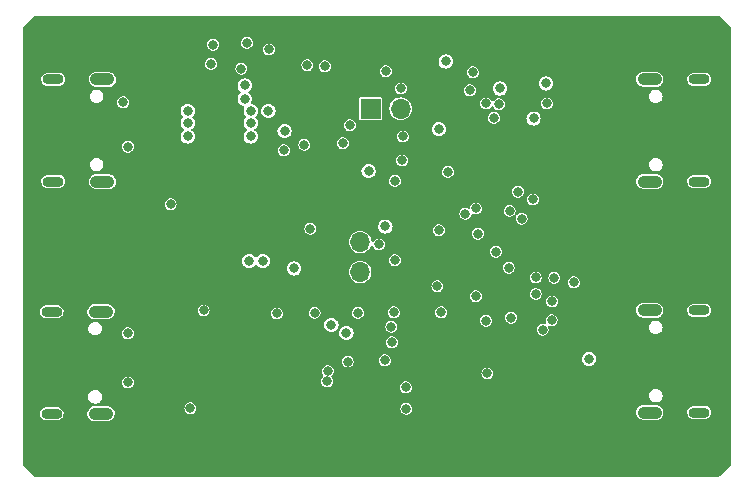
<source format=gbr>
%TF.GenerationSoftware,KiCad,Pcbnew,7.0.7*%
%TF.CreationDate,2023-09-25T17:24:45-05:00*%
%TF.ProjectId,KiVM,4b69564d-2e6b-4696-9361-645f70636258,rev?*%
%TF.SameCoordinates,Original*%
%TF.FileFunction,Copper,L3,Inr*%
%TF.FilePolarity,Positive*%
%FSLAX46Y46*%
G04 Gerber Fmt 4.6, Leading zero omitted, Abs format (unit mm)*
G04 Created by KiCad (PCBNEW 7.0.7) date 2023-09-25 17:24:45*
%MOMM*%
%LPD*%
G01*
G04 APERTURE LIST*
%TA.AperFunction,ComponentPad*%
%ADD10O,2.100000X1.050000*%
%TD*%
%TA.AperFunction,ComponentPad*%
%ADD11O,1.800000X0.900000*%
%TD*%
%TA.AperFunction,ComponentPad*%
%ADD12R,1.700000X1.700000*%
%TD*%
%TA.AperFunction,ComponentPad*%
%ADD13O,1.700000X1.700000*%
%TD*%
%TA.AperFunction,ViaPad*%
%ADD14C,0.800000*%
%TD*%
G04 APERTURE END LIST*
D10*
%TO.N,GND*%
%TO.C,P1*%
X125756000Y-102360000D03*
D11*
X121576000Y-102360000D03*
D10*
X125756000Y-111000000D03*
D11*
X121576000Y-111000000D03*
%TD*%
D10*
%TO.N,GND*%
%TO.C,P3*%
X172096000Y-130558000D03*
D11*
X176276000Y-130558000D03*
D10*
X172096000Y-121918000D03*
D11*
X176276000Y-121918000D03*
%TD*%
D10*
%TO.N,GND*%
%TO.C,P4*%
X172096000Y-111000000D03*
D11*
X176276000Y-111000000D03*
D10*
X172096000Y-102360000D03*
D11*
X176276000Y-102360000D03*
%TD*%
D10*
%TO.N,GND*%
%TO.C,P2*%
X125632000Y-122014000D03*
D11*
X121452000Y-122014000D03*
D10*
X125632000Y-130654000D03*
D11*
X121452000Y-130654000D03*
%TD*%
D12*
%TO.N,+3V3*%
%TO.C,SW1*%
X147574000Y-113588800D03*
D13*
%TO.N,/KVM/SOURCE_SEL*%
X147574000Y-116128800D03*
%TO.N,GND*%
X147574000Y-118668800D03*
%TD*%
D12*
%TO.N,+12V*%
%TO.C,J1*%
X148457600Y-104826200D03*
D13*
%TO.N,GND*%
X150997600Y-104826200D03*
%TD*%
D14*
%TO.N,/KVM/SOURCE_SEL*%
X131521200Y-112928400D03*
X133197600Y-130200400D03*
X143357600Y-115011200D03*
%TO.N,GND*%
X151434800Y-128422400D03*
X144576800Y-101244400D03*
X149758400Y-101650800D03*
X144780000Y-127914400D03*
X150520400Y-117652800D03*
X143713200Y-122123200D03*
X149148800Y-116332000D03*
X150418800Y-122072400D03*
X162433000Y-120523000D03*
X139852400Y-99822000D03*
X154228800Y-115112800D03*
X151130000Y-109220000D03*
X135128000Y-99415600D03*
X157530800Y-115417600D03*
X154432000Y-122072400D03*
X137972800Y-99263200D03*
X159308800Y-104444800D03*
X165658800Y-119532400D03*
X140512800Y-122174000D03*
X163830000Y-121158000D03*
X158242000Y-122783600D03*
X159054800Y-116941600D03*
X146100800Y-107746800D03*
X157378400Y-120700800D03*
X149656800Y-126136400D03*
X151180800Y-107188000D03*
X141122400Y-108356400D03*
X160934400Y-111861600D03*
X142849600Y-107899200D03*
X163017200Y-123545600D03*
X162433000Y-119126000D03*
X151028400Y-103124000D03*
X158343600Y-127254000D03*
X150215600Y-123291600D03*
X154101800Y-119862600D03*
X154990800Y-110185200D03*
X162204400Y-112522000D03*
X163372800Y-104394000D03*
X151485600Y-130251200D03*
X144830800Y-127050800D03*
X146510487Y-126238476D03*
X147370800Y-122123200D03*
X150520400Y-110947200D03*
X163779200Y-122732800D03*
X143103600Y-101142800D03*
X164007800Y-119151400D03*
X134924800Y-101041200D03*
%TO.N,+5V*%
X148285200Y-110134400D03*
X137795000Y-104013000D03*
X154228800Y-106578400D03*
X154813000Y-100838000D03*
X138176000Y-117729000D03*
X139319000Y-117729000D03*
X132969000Y-107188000D03*
X132969000Y-105029000D03*
X141173200Y-106730800D03*
X149707600Y-114808000D03*
X137795000Y-102870000D03*
X138303000Y-105029000D03*
X139801600Y-105003600D03*
X159410400Y-103124000D03*
X138303000Y-106045000D03*
X146405600Y-123799600D03*
X132969000Y-106045000D03*
X163322000Y-102693300D03*
X145135600Y-123139200D03*
X138303000Y-107188000D03*
X141986000Y-118364000D03*
%TO.N,+3V3*%
X160934400Y-117856000D03*
X134213600Y-126085600D03*
X137160000Y-127355600D03*
X147269200Y-131876800D03*
X138582400Y-128066800D03*
X142290800Y-127355600D03*
X134213600Y-127355600D03*
X140360400Y-128066800D03*
X135686800Y-127355600D03*
X155803600Y-118008400D03*
X148793200Y-113436400D03*
X137160000Y-126034800D03*
X135686800Y-126034800D03*
X125171200Y-113741200D03*
X159207200Y-111861600D03*
X142290800Y-126034800D03*
%TO.N,/KVM/Output Connectors/USP_PWR1*%
X162255200Y-105664000D03*
X166954000Y-126009400D03*
%TO.N,/KVM/Input Connectors A/VBUS*%
X127508000Y-104292400D03*
X127914400Y-108051600D03*
%TO.N,/KVM/Input Connectors B/VBUS*%
X127914400Y-123850400D03*
X127914400Y-128016000D03*
%TO.N,Net-(U2-RBIAS)*%
X160350200Y-122529600D03*
X160147039Y-118295262D03*
%TO.N,/Power/FB_5V*%
X146710400Y-106222800D03*
X137515600Y-101447600D03*
%TO.N,Net-(U2-~{OCS2})*%
X156484425Y-113739078D03*
X156870400Y-103276400D03*
%TO.N,Net-(U2-~{OCS1})*%
X160223200Y-113487200D03*
X158242000Y-104394000D03*
%TO.N,Net-(U2-PRTPWR1)*%
X161239200Y-114147600D03*
X158902400Y-105613200D03*
%TO.N,Net-(U2-PRTPWR2)*%
X157378400Y-113284000D03*
X157124400Y-101752400D03*
%TO.N,/Power/FB_3V3*%
X134315200Y-121920000D03*
X150266400Y-124612400D03*
%TD*%
%TA.AperFunction,Conductor*%
%TO.N,+3V3*%
G36*
X178026017Y-97017986D02*
G01*
X178044877Y-97033185D01*
X178955915Y-97944222D01*
X178986511Y-98000253D01*
X178989100Y-98024337D01*
X178989100Y-134930060D01*
X178971114Y-134991315D01*
X178955915Y-135010175D01*
X178022577Y-135943513D01*
X177966546Y-135974109D01*
X177942462Y-135976698D01*
X120036737Y-135976698D01*
X119975482Y-135958712D01*
X119956622Y-135943513D01*
X119033185Y-135020075D01*
X119002589Y-134964044D01*
X119000000Y-134939960D01*
X119000000Y-130692031D01*
X120446008Y-130692031D01*
X120476885Y-130840622D01*
X120476889Y-130840632D01*
X120546707Y-130975375D01*
X120546708Y-130975376D01*
X120546710Y-130975379D01*
X120601603Y-131034155D01*
X120650300Y-131086297D01*
X120722421Y-131130155D01*
X120779975Y-131165154D01*
X120926116Y-131206100D01*
X121939766Y-131206100D01*
X121939767Y-131206100D01*
X122052355Y-131190625D01*
X122191559Y-131130160D01*
X122309288Y-131034381D01*
X122396810Y-130910390D01*
X122401681Y-130896686D01*
X122426400Y-130827133D01*
X122447635Y-130767384D01*
X122457992Y-130615969D01*
X122457647Y-130614311D01*
X124476163Y-130614311D01*
X124486111Y-130772436D01*
X124486111Y-130772438D01*
X124486112Y-130772441D01*
X124520857Y-130879375D01*
X124535073Y-130923128D01*
X124535075Y-130923133D01*
X124619969Y-131056905D01*
X124735467Y-131165365D01*
X124735469Y-131165366D01*
X124735470Y-131165367D01*
X124874314Y-131241697D01*
X125027779Y-131281100D01*
X125027781Y-131281100D01*
X126196448Y-131281100D01*
X126196453Y-131281100D01*
X126314193Y-131266226D01*
X126461509Y-131207899D01*
X126589691Y-131114769D01*
X126690686Y-130992688D01*
X126758148Y-130849325D01*
X126787837Y-130693689D01*
X126777888Y-130535559D01*
X126728927Y-130384872D01*
X126728925Y-130384869D01*
X126728924Y-130384866D01*
X126644030Y-130251094D01*
X126590046Y-130200400D01*
X132690337Y-130200400D01*
X132710884Y-130343313D01*
X132770862Y-130474646D01*
X132810135Y-130519969D01*
X132865413Y-130583764D01*
X132986875Y-130661823D01*
X133125409Y-130702500D01*
X133269791Y-130702500D01*
X133408325Y-130661823D01*
X133529787Y-130583764D01*
X133624337Y-130474647D01*
X133684315Y-130343313D01*
X133697559Y-130251199D01*
X150978337Y-130251199D01*
X150998884Y-130394113D01*
X151058862Y-130525446D01*
X151067629Y-130535563D01*
X151153413Y-130634564D01*
X151274875Y-130712623D01*
X151413409Y-130753300D01*
X151557791Y-130753300D01*
X151696325Y-130712623D01*
X151817787Y-130634564D01*
X151912337Y-130525447D01*
X151915596Y-130518311D01*
X170940163Y-130518311D01*
X170950111Y-130676436D01*
X170950111Y-130676438D01*
X170950112Y-130676441D01*
X170981303Y-130772436D01*
X170999073Y-130827128D01*
X170999075Y-130827133D01*
X171083969Y-130960905D01*
X171199467Y-131069365D01*
X171199469Y-131069366D01*
X171199470Y-131069367D01*
X171338314Y-131145697D01*
X171491779Y-131185100D01*
X171491781Y-131185100D01*
X172660448Y-131185100D01*
X172660453Y-131185100D01*
X172778193Y-131170226D01*
X172925509Y-131111899D01*
X173053691Y-131018769D01*
X173154686Y-130896688D01*
X173222148Y-130753325D01*
X173251837Y-130597689D01*
X173251733Y-130596031D01*
X175270008Y-130596031D01*
X175300885Y-130744622D01*
X175300889Y-130744632D01*
X175370707Y-130879375D01*
X175370708Y-130879376D01*
X175370710Y-130879379D01*
X175425812Y-130938379D01*
X175474300Y-130990297D01*
X175546791Y-131034380D01*
X175603975Y-131069154D01*
X175750116Y-131110100D01*
X176763766Y-131110100D01*
X176763767Y-131110100D01*
X176876355Y-131094625D01*
X177015559Y-131034160D01*
X177133288Y-130938381D01*
X177220810Y-130814390D01*
X177271635Y-130671384D01*
X177281992Y-130519969D01*
X177251114Y-130371375D01*
X177246605Y-130362673D01*
X177181292Y-130236624D01*
X177181291Y-130236623D01*
X177181290Y-130236621D01*
X177077700Y-130125703D01*
X177077699Y-130125702D01*
X176948026Y-130046846D01*
X176801884Y-130005900D01*
X175788233Y-130005900D01*
X175760086Y-130009768D01*
X175675642Y-130021375D01*
X175572213Y-130066302D01*
X175536441Y-130081840D01*
X175536438Y-130081841D01*
X175536435Y-130081844D01*
X175418711Y-130177619D01*
X175418710Y-130177620D01*
X175331191Y-130301607D01*
X175331187Y-130301614D01*
X175280365Y-130444614D01*
X175280364Y-130444618D01*
X175270008Y-130596029D01*
X175270008Y-130596031D01*
X173251733Y-130596031D01*
X173241888Y-130439559D01*
X173192927Y-130288872D01*
X173192925Y-130288869D01*
X173192924Y-130288866D01*
X173108030Y-130155094D01*
X172992532Y-130046634D01*
X172853685Y-129970302D01*
X172758155Y-129945775D01*
X172700221Y-129930900D01*
X171531547Y-129930900D01*
X171531546Y-129930900D01*
X171511643Y-129933414D01*
X171413807Y-129945774D01*
X171413804Y-129945774D01*
X171413804Y-129945775D01*
X171413799Y-129945776D01*
X171266494Y-130004099D01*
X171266492Y-130004100D01*
X171266491Y-130004101D01*
X171138309Y-130097231D01*
X171129163Y-130108287D01*
X171037313Y-130219313D01*
X170969852Y-130362673D01*
X170940163Y-130518306D01*
X170940163Y-130518311D01*
X151915596Y-130518311D01*
X151972315Y-130394113D01*
X151992863Y-130251200D01*
X151972315Y-130108287D01*
X151969398Y-130101900D01*
X151912337Y-129976953D01*
X151817787Y-129867836D01*
X151696325Y-129789777D01*
X151557791Y-129749100D01*
X151413409Y-129749100D01*
X151274874Y-129789777D01*
X151153412Y-129867836D01*
X151058862Y-129976953D01*
X150998884Y-130108286D01*
X150978337Y-130251199D01*
X133697559Y-130251199D01*
X133704863Y-130200400D01*
X133684315Y-130057487D01*
X133679455Y-130046846D01*
X133624337Y-129926153D01*
X133529787Y-129817036D01*
X133408325Y-129738977D01*
X133269791Y-129698300D01*
X133125409Y-129698300D01*
X132986874Y-129738977D01*
X132865412Y-129817036D01*
X132770862Y-129926153D01*
X132710884Y-130057486D01*
X132690337Y-130200400D01*
X126590046Y-130200400D01*
X126528532Y-130142634D01*
X126389685Y-130066302D01*
X126294155Y-130041775D01*
X126236221Y-130026900D01*
X125067547Y-130026900D01*
X125067546Y-130026900D01*
X125047643Y-130029414D01*
X124949807Y-130041774D01*
X124949804Y-130041774D01*
X124949804Y-130041775D01*
X124949799Y-130041776D01*
X124802494Y-130100099D01*
X124802492Y-130100100D01*
X124802491Y-130100101D01*
X124743951Y-130142633D01*
X124674310Y-130193230D01*
X124573313Y-130315313D01*
X124505852Y-130458673D01*
X124476163Y-130614306D01*
X124476163Y-130614311D01*
X122457647Y-130614311D01*
X122427114Y-130467375D01*
X122389153Y-130394113D01*
X122357292Y-130332624D01*
X122357291Y-130332623D01*
X122357290Y-130332621D01*
X122253700Y-130221703D01*
X122253699Y-130221702D01*
X122124026Y-130142846D01*
X121977884Y-130101900D01*
X120964233Y-130101900D01*
X120936086Y-130105768D01*
X120851642Y-130117375D01*
X120764807Y-130155094D01*
X120712441Y-130177840D01*
X120712438Y-130177841D01*
X120712435Y-130177844D01*
X120594711Y-130273619D01*
X120594710Y-130273620D01*
X120507191Y-130397607D01*
X120507187Y-130397614D01*
X120456365Y-130540614D01*
X120456364Y-130540618D01*
X120446008Y-130692029D01*
X120446008Y-130692031D01*
X119000000Y-130692031D01*
X119000000Y-129223999D01*
X124551534Y-129223999D01*
X124571313Y-129374235D01*
X124629300Y-129514230D01*
X124629301Y-129514232D01*
X124629302Y-129514233D01*
X124721549Y-129634451D01*
X124841767Y-129726698D01*
X124981764Y-129784687D01*
X125094280Y-129799500D01*
X125094286Y-129799500D01*
X125169714Y-129799500D01*
X125169720Y-129799500D01*
X125282236Y-129784687D01*
X125422233Y-129726698D01*
X125542451Y-129634451D01*
X125634698Y-129514233D01*
X125692687Y-129374236D01*
X125712466Y-129224000D01*
X125699827Y-129127999D01*
X172015534Y-129127999D01*
X172035313Y-129278235D01*
X172093300Y-129418230D01*
X172093301Y-129418232D01*
X172093302Y-129418233D01*
X172185549Y-129538451D01*
X172305767Y-129630698D01*
X172445764Y-129688687D01*
X172558280Y-129703500D01*
X172558286Y-129703500D01*
X172633714Y-129703500D01*
X172633720Y-129703500D01*
X172746236Y-129688687D01*
X172886233Y-129630698D01*
X173006451Y-129538451D01*
X173098698Y-129418233D01*
X173156687Y-129278236D01*
X173176466Y-129128000D01*
X173156687Y-128977764D01*
X173098698Y-128837767D01*
X173006451Y-128717549D01*
X172886233Y-128625302D01*
X172886232Y-128625301D01*
X172886230Y-128625300D01*
X172795731Y-128587814D01*
X172746236Y-128567313D01*
X172708730Y-128562375D01*
X172633722Y-128552500D01*
X172633720Y-128552500D01*
X172558280Y-128552500D01*
X172558277Y-128552500D01*
X172445764Y-128567313D01*
X172305769Y-128625300D01*
X172185549Y-128717549D01*
X172093300Y-128837769D01*
X172035313Y-128977764D01*
X172015534Y-129127999D01*
X125699827Y-129127999D01*
X125692687Y-129073764D01*
X125634698Y-128933767D01*
X125542451Y-128813549D01*
X125422233Y-128721302D01*
X125422232Y-128721301D01*
X125422230Y-128721300D01*
X125331731Y-128683814D01*
X125282236Y-128663313D01*
X125244730Y-128658375D01*
X125169722Y-128648500D01*
X125169720Y-128648500D01*
X125094280Y-128648500D01*
X125094277Y-128648500D01*
X124981764Y-128663313D01*
X124841769Y-128721300D01*
X124721549Y-128813549D01*
X124629300Y-128933769D01*
X124571313Y-129073764D01*
X124551534Y-129223999D01*
X119000000Y-129223999D01*
X119000000Y-128016000D01*
X127407137Y-128016000D01*
X127427684Y-128158913D01*
X127487662Y-128290246D01*
X127494176Y-128297763D01*
X127582213Y-128399364D01*
X127703675Y-128477423D01*
X127842209Y-128518100D01*
X127986591Y-128518100D01*
X128125125Y-128477423D01*
X128210742Y-128422400D01*
X150927537Y-128422400D01*
X150948084Y-128565313D01*
X151008062Y-128696646D01*
X151029427Y-128721302D01*
X151102613Y-128805764D01*
X151224075Y-128883823D01*
X151362609Y-128924500D01*
X151506991Y-128924500D01*
X151645525Y-128883823D01*
X151766987Y-128805764D01*
X151861537Y-128696647D01*
X151921515Y-128565313D01*
X151942063Y-128422400D01*
X151921515Y-128279487D01*
X151880029Y-128188646D01*
X151861537Y-128148153D01*
X151766987Y-128039036D01*
X151645525Y-127960977D01*
X151506991Y-127920300D01*
X151362609Y-127920300D01*
X151224074Y-127960977D01*
X151102612Y-128039036D01*
X151008062Y-128148153D01*
X150948084Y-128279486D01*
X150927537Y-128422400D01*
X128210742Y-128422400D01*
X128246587Y-128399364D01*
X128341137Y-128290247D01*
X128401115Y-128158913D01*
X128421663Y-128016000D01*
X128407055Y-127914399D01*
X144272737Y-127914399D01*
X144293284Y-128057313D01*
X144353262Y-128188646D01*
X144441300Y-128290247D01*
X144447813Y-128297764D01*
X144569275Y-128375823D01*
X144707809Y-128416500D01*
X144852191Y-128416500D01*
X144990725Y-128375823D01*
X145112187Y-128297764D01*
X145206737Y-128188647D01*
X145266715Y-128057313D01*
X145287263Y-127914400D01*
X145266715Y-127771487D01*
X145206737Y-127640153D01*
X145159907Y-127586108D01*
X145133387Y-127528036D01*
X145142473Y-127464846D01*
X145159907Y-127437717D01*
X145162983Y-127434165D01*
X145162987Y-127434164D01*
X145257537Y-127325047D01*
X145289983Y-127253999D01*
X157836337Y-127253999D01*
X157856884Y-127396913D01*
X157916862Y-127528246D01*
X157967000Y-127586108D01*
X158011413Y-127637364D01*
X158132875Y-127715423D01*
X158271409Y-127756100D01*
X158415791Y-127756100D01*
X158554325Y-127715423D01*
X158675787Y-127637364D01*
X158770337Y-127528247D01*
X158830315Y-127396913D01*
X158850863Y-127254000D01*
X158830315Y-127111087D01*
X158802782Y-127050799D01*
X158770337Y-126979753D01*
X158675787Y-126870636D01*
X158554325Y-126792577D01*
X158415791Y-126751900D01*
X158271409Y-126751900D01*
X158132874Y-126792577D01*
X158011412Y-126870636D01*
X157916862Y-126979753D01*
X157856884Y-127111086D01*
X157836337Y-127253999D01*
X145289983Y-127253999D01*
X145317515Y-127193713D01*
X145338063Y-127050800D01*
X145317515Y-126907887D01*
X145257537Y-126776553D01*
X145162987Y-126667436D01*
X145041525Y-126589377D01*
X144902991Y-126548700D01*
X144758609Y-126548700D01*
X144620074Y-126589377D01*
X144498612Y-126667436D01*
X144404062Y-126776553D01*
X144344084Y-126907886D01*
X144323537Y-127050799D01*
X144344084Y-127193713D01*
X144371617Y-127254000D01*
X144404063Y-127325047D01*
X144442646Y-127369574D01*
X144450892Y-127379091D01*
X144477412Y-127437163D01*
X144468326Y-127500353D01*
X144450892Y-127527481D01*
X144353263Y-127640153D01*
X144293284Y-127771486D01*
X144272737Y-127914399D01*
X128407055Y-127914399D01*
X128401115Y-127873087D01*
X128341137Y-127741753D01*
X128246587Y-127632636D01*
X128125125Y-127554577D01*
X127986591Y-127513900D01*
X127842209Y-127513900D01*
X127703674Y-127554577D01*
X127582212Y-127632636D01*
X127487662Y-127741753D01*
X127427684Y-127873086D01*
X127407137Y-128016000D01*
X119000000Y-128016000D01*
X119000000Y-126238476D01*
X146003224Y-126238476D01*
X146023771Y-126381389D01*
X146083749Y-126512722D01*
X146083750Y-126512723D01*
X146178300Y-126621840D01*
X146299762Y-126699899D01*
X146438296Y-126740576D01*
X146582678Y-126740576D01*
X146721212Y-126699899D01*
X146842674Y-126621840D01*
X146937224Y-126512723D01*
X146997202Y-126381389D01*
X147017750Y-126238476D01*
X147003074Y-126136400D01*
X149149537Y-126136400D01*
X149170084Y-126279313D01*
X149230062Y-126410646D01*
X149230063Y-126410647D01*
X149324613Y-126519764D01*
X149446075Y-126597823D01*
X149584609Y-126638500D01*
X149728991Y-126638500D01*
X149867525Y-126597823D01*
X149988987Y-126519764D01*
X150083537Y-126410647D01*
X150143515Y-126279313D01*
X150164063Y-126136400D01*
X150145803Y-126009400D01*
X166348318Y-126009400D01*
X166368956Y-126166162D01*
X166429464Y-126312241D01*
X166525718Y-126437682D01*
X166651159Y-126533936D01*
X166797238Y-126594444D01*
X166954000Y-126615082D01*
X167110762Y-126594444D01*
X167256841Y-126533936D01*
X167382282Y-126437682D01*
X167478536Y-126312241D01*
X167539044Y-126166162D01*
X167559682Y-126009400D01*
X167539044Y-125852638D01*
X167478536Y-125706559D01*
X167382282Y-125581118D01*
X167256841Y-125484864D01*
X167110762Y-125424356D01*
X166954000Y-125403718D01*
X166953999Y-125403718D01*
X166797238Y-125424356D01*
X166651158Y-125484864D01*
X166525718Y-125581118D01*
X166429464Y-125706558D01*
X166400264Y-125777053D01*
X166368956Y-125852638D01*
X166348318Y-126009400D01*
X150145803Y-126009400D01*
X150143515Y-125993487D01*
X150130153Y-125964229D01*
X150083537Y-125862153D01*
X149988987Y-125753036D01*
X149867525Y-125674977D01*
X149728991Y-125634300D01*
X149584609Y-125634300D01*
X149446074Y-125674977D01*
X149324612Y-125753036D01*
X149230062Y-125862153D01*
X149170084Y-125993486D01*
X149149537Y-126136400D01*
X147003074Y-126136400D01*
X146997202Y-126095563D01*
X146957852Y-126009399D01*
X146937224Y-125964229D01*
X146842674Y-125855112D01*
X146721212Y-125777053D01*
X146582678Y-125736376D01*
X146438296Y-125736376D01*
X146299761Y-125777053D01*
X146178299Y-125855112D01*
X146083749Y-125964229D01*
X146023771Y-126095562D01*
X146003224Y-126238476D01*
X119000000Y-126238476D01*
X119000000Y-124612399D01*
X149759137Y-124612399D01*
X149779684Y-124755313D01*
X149839662Y-124886646D01*
X149839663Y-124886647D01*
X149934213Y-124995764D01*
X150055675Y-125073823D01*
X150194209Y-125114500D01*
X150338591Y-125114500D01*
X150477125Y-125073823D01*
X150598587Y-124995764D01*
X150693137Y-124886647D01*
X150753115Y-124755313D01*
X150773663Y-124612400D01*
X150753115Y-124469487D01*
X150693137Y-124338153D01*
X150598587Y-124229036D01*
X150477125Y-124150977D01*
X150338591Y-124110300D01*
X150194209Y-124110300D01*
X150055674Y-124150977D01*
X149934212Y-124229036D01*
X149839662Y-124338153D01*
X149779684Y-124469486D01*
X149759137Y-124612399D01*
X119000000Y-124612399D01*
X119000000Y-123444000D01*
X124551534Y-123444000D01*
X124562755Y-123529235D01*
X124571313Y-123594235D01*
X124629300Y-123734230D01*
X124629301Y-123734232D01*
X124629302Y-123734233D01*
X124721549Y-123854451D01*
X124841767Y-123946698D01*
X124981764Y-124004687D01*
X125094280Y-124019500D01*
X125094286Y-124019500D01*
X125169714Y-124019500D01*
X125169720Y-124019500D01*
X125282236Y-124004687D01*
X125422233Y-123946698D01*
X125542451Y-123854451D01*
X125545559Y-123850400D01*
X127407137Y-123850400D01*
X127409719Y-123868364D01*
X127427684Y-123993313D01*
X127487662Y-124124646D01*
X127487663Y-124124647D01*
X127582213Y-124233764D01*
X127703675Y-124311823D01*
X127842209Y-124352500D01*
X127986591Y-124352500D01*
X128125125Y-124311823D01*
X128246587Y-124233764D01*
X128341137Y-124124647D01*
X128401115Y-123993313D01*
X128421663Y-123850400D01*
X128414359Y-123799600D01*
X145799918Y-123799600D01*
X145820556Y-123956362D01*
X145881064Y-124102441D01*
X145977318Y-124227882D01*
X146102759Y-124324136D01*
X146248838Y-124384644D01*
X146405600Y-124405282D01*
X146562362Y-124384644D01*
X146708441Y-124324136D01*
X146833882Y-124227882D01*
X146930136Y-124102441D01*
X146990644Y-123956362D01*
X147011282Y-123799600D01*
X146990644Y-123642838D01*
X146930136Y-123496759D01*
X146833882Y-123371318D01*
X146729991Y-123291600D01*
X149708337Y-123291600D01*
X149709909Y-123302531D01*
X149728884Y-123434513D01*
X149788862Y-123565846D01*
X149851586Y-123638233D01*
X149883413Y-123674964D01*
X150004875Y-123753023D01*
X150143409Y-123793700D01*
X150287791Y-123793700D01*
X150426325Y-123753023D01*
X150547787Y-123674964D01*
X150642337Y-123565847D01*
X150651583Y-123545600D01*
X162509937Y-123545600D01*
X162530484Y-123688513D01*
X162590462Y-123819846D01*
X162680278Y-123923499D01*
X162685013Y-123928964D01*
X162806475Y-124007023D01*
X162945009Y-124047700D01*
X163089391Y-124047700D01*
X163227925Y-124007023D01*
X163349387Y-123928964D01*
X163443937Y-123819847D01*
X163503915Y-123688513D01*
X163524463Y-123545600D01*
X163503915Y-123402687D01*
X163487032Y-123365719D01*
X163484484Y-123348000D01*
X172015534Y-123348000D01*
X172035118Y-123496758D01*
X172035313Y-123498235D01*
X172093300Y-123638230D01*
X172093301Y-123638232D01*
X172093302Y-123638233D01*
X172185549Y-123758451D01*
X172305767Y-123850698D01*
X172445764Y-123908687D01*
X172558280Y-123923500D01*
X172558286Y-123923500D01*
X172633714Y-123923500D01*
X172633720Y-123923500D01*
X172746236Y-123908687D01*
X172886233Y-123850698D01*
X173006451Y-123758451D01*
X173098698Y-123638233D01*
X173156687Y-123498236D01*
X173176466Y-123348000D01*
X173156687Y-123197764D01*
X173098698Y-123057767D01*
X173006451Y-122937549D01*
X172886233Y-122845302D01*
X172886232Y-122845301D01*
X172886230Y-122845300D01*
X172786150Y-122803846D01*
X172746236Y-122787313D01*
X172708730Y-122782375D01*
X172633722Y-122772500D01*
X172633720Y-122772500D01*
X172558280Y-122772500D01*
X172558277Y-122772500D01*
X172445764Y-122787313D01*
X172305769Y-122845300D01*
X172185549Y-122937549D01*
X172093300Y-123057769D01*
X172055641Y-123148687D01*
X172035313Y-123197764D01*
X172015534Y-123348000D01*
X163484484Y-123348000D01*
X163477947Y-123302531D01*
X163504467Y-123244459D01*
X163558173Y-123209944D01*
X163622013Y-123209943D01*
X163622015Y-123209944D01*
X163707006Y-123234900D01*
X163707009Y-123234900D01*
X163851391Y-123234900D01*
X163989925Y-123194223D01*
X164111387Y-123116164D01*
X164205937Y-123007047D01*
X164265915Y-122875713D01*
X164286463Y-122732800D01*
X164265915Y-122589887D01*
X164255873Y-122567899D01*
X164205937Y-122458553D01*
X164111387Y-122349436D01*
X163989925Y-122271377D01*
X163851391Y-122230700D01*
X163707009Y-122230700D01*
X163568474Y-122271377D01*
X163447012Y-122349436D01*
X163352462Y-122458553D01*
X163292484Y-122589886D01*
X163271937Y-122732800D01*
X163292485Y-122875714D01*
X163309366Y-122912679D01*
X163318452Y-122975869D01*
X163291931Y-123033941D01*
X163238225Y-123068456D01*
X163174385Y-123068456D01*
X163089391Y-123043500D01*
X162945009Y-123043500D01*
X162806474Y-123084177D01*
X162685012Y-123162236D01*
X162590462Y-123271353D01*
X162530484Y-123402686D01*
X162509937Y-123545600D01*
X150651583Y-123545600D01*
X150702315Y-123434513D01*
X150722863Y-123291600D01*
X150703046Y-123153769D01*
X150702315Y-123148686D01*
X150642337Y-123017353D01*
X150547787Y-122908236D01*
X150426325Y-122830177D01*
X150311669Y-122796511D01*
X150297639Y-122787494D01*
X150290811Y-122789500D01*
X150143409Y-122789500D01*
X150004874Y-122830177D01*
X149883412Y-122908236D01*
X149788862Y-123017353D01*
X149728884Y-123148686D01*
X149709185Y-123285700D01*
X149708337Y-123291600D01*
X146729991Y-123291600D01*
X146708441Y-123275064D01*
X146562362Y-123214556D01*
X146405600Y-123193918D01*
X146248838Y-123214556D01*
X146102758Y-123275064D01*
X145984611Y-123365722D01*
X145977318Y-123371318D01*
X145923051Y-123442041D01*
X145876543Y-123502651D01*
X145874621Y-123501176D01*
X145865230Y-123510126D01*
X145866144Y-123529235D01*
X145860709Y-123545899D01*
X145820556Y-123642836D01*
X145814543Y-123688513D01*
X145799918Y-123799600D01*
X128414359Y-123799600D01*
X128401115Y-123707487D01*
X128386262Y-123674964D01*
X128341137Y-123576153D01*
X128246587Y-123467036D01*
X128125125Y-123388977D01*
X127986591Y-123348300D01*
X127842209Y-123348300D01*
X127703674Y-123388977D01*
X127582212Y-123467036D01*
X127487662Y-123576153D01*
X127427684Y-123707486D01*
X127420357Y-123758451D01*
X127407137Y-123850400D01*
X125545559Y-123850400D01*
X125634698Y-123734233D01*
X125692687Y-123594236D01*
X125712466Y-123444000D01*
X125692687Y-123293764D01*
X125634698Y-123153767D01*
X125623520Y-123139200D01*
X144529918Y-123139200D01*
X144550556Y-123295962D01*
X144611064Y-123442041D01*
X144707318Y-123567482D01*
X144832759Y-123663736D01*
X144978838Y-123724244D01*
X145135600Y-123744882D01*
X145292362Y-123724244D01*
X145438441Y-123663736D01*
X145563882Y-123567482D01*
X145660136Y-123442041D01*
X145660136Y-123442040D01*
X145664657Y-123436149D01*
X145666584Y-123437627D01*
X145675974Y-123428670D01*
X145675068Y-123409513D01*
X145680491Y-123392899D01*
X145691748Y-123365722D01*
X145720644Y-123295962D01*
X145741282Y-123139200D01*
X145720644Y-122982438D01*
X145660136Y-122836359D01*
X145619653Y-122783600D01*
X157734737Y-122783600D01*
X157755284Y-122926513D01*
X157815262Y-123057846D01*
X157898380Y-123153769D01*
X157909813Y-123166964D01*
X158031275Y-123245023D01*
X158169809Y-123285700D01*
X158314191Y-123285700D01*
X158452725Y-123245023D01*
X158574187Y-123166964D01*
X158668737Y-123057847D01*
X158728715Y-122926513D01*
X158749263Y-122783600D01*
X158731297Y-122658651D01*
X158728715Y-122640686D01*
X158677984Y-122529600D01*
X159842937Y-122529600D01*
X159863484Y-122672513D01*
X159923462Y-122803846D01*
X159923463Y-122803847D01*
X160018013Y-122912964D01*
X160139475Y-122991023D01*
X160278009Y-123031700D01*
X160422391Y-123031700D01*
X160560925Y-122991023D01*
X160682387Y-122912964D01*
X160776937Y-122803847D01*
X160836915Y-122672513D01*
X160857463Y-122529600D01*
X160838021Y-122394379D01*
X160836915Y-122386686D01*
X160776937Y-122255353D01*
X160682387Y-122146236D01*
X160560925Y-122068177D01*
X160422391Y-122027500D01*
X160278009Y-122027500D01*
X160139474Y-122068177D01*
X160018012Y-122146236D01*
X159923462Y-122255353D01*
X159863484Y-122386686D01*
X159842937Y-122529600D01*
X158677984Y-122529600D01*
X158668737Y-122509353D01*
X158574187Y-122400236D01*
X158452725Y-122322177D01*
X158314191Y-122281500D01*
X158169809Y-122281500D01*
X158031274Y-122322177D01*
X157909812Y-122400236D01*
X157815262Y-122509353D01*
X157755284Y-122640686D01*
X157734737Y-122783600D01*
X145619653Y-122783600D01*
X145563882Y-122710918D01*
X145438441Y-122614664D01*
X145292362Y-122554156D01*
X145135600Y-122533518D01*
X144978838Y-122554156D01*
X144832758Y-122614664D01*
X144707318Y-122710918D01*
X144611064Y-122836358D01*
X144550556Y-122982438D01*
X144540639Y-123057769D01*
X144529918Y-123139200D01*
X125623520Y-123139200D01*
X125542451Y-123033549D01*
X125422233Y-122941302D01*
X125422232Y-122941301D01*
X125422230Y-122941300D01*
X125331731Y-122903814D01*
X125282236Y-122883313D01*
X125224516Y-122875714D01*
X125169722Y-122868500D01*
X125169720Y-122868500D01*
X125094280Y-122868500D01*
X125094277Y-122868500D01*
X124981764Y-122883313D01*
X124841769Y-122941300D01*
X124721549Y-123033549D01*
X124629300Y-123153769D01*
X124591502Y-123245023D01*
X124571313Y-123293764D01*
X124551534Y-123444000D01*
X119000000Y-123444000D01*
X119000000Y-122052031D01*
X120446008Y-122052031D01*
X120476885Y-122200622D01*
X120476889Y-122200632D01*
X120546707Y-122335375D01*
X120546708Y-122335376D01*
X120546710Y-122335379D01*
X120607282Y-122400236D01*
X120650300Y-122446297D01*
X120722421Y-122490155D01*
X120779975Y-122525154D01*
X120926116Y-122566100D01*
X121939766Y-122566100D01*
X121939767Y-122566100D01*
X122052355Y-122550625D01*
X122191559Y-122490160D01*
X122309288Y-122394381D01*
X122396810Y-122270390D01*
X122401681Y-122256686D01*
X122421606Y-122200622D01*
X122447635Y-122127384D01*
X122457992Y-121975969D01*
X122457647Y-121974311D01*
X124476163Y-121974311D01*
X124486111Y-122132436D01*
X124486111Y-122132438D01*
X124486112Y-122132441D01*
X124526482Y-122256686D01*
X124535073Y-122283128D01*
X124535075Y-122283133D01*
X124619969Y-122416905D01*
X124735467Y-122525365D01*
X124735469Y-122525366D01*
X124735470Y-122525367D01*
X124874314Y-122601697D01*
X125027779Y-122641100D01*
X125027781Y-122641100D01*
X126196448Y-122641100D01*
X126196453Y-122641100D01*
X126314193Y-122626226D01*
X126461509Y-122567899D01*
X126589691Y-122474769D01*
X126690686Y-122352688D01*
X126758148Y-122209325D01*
X126787837Y-122053689D01*
X126779426Y-121920000D01*
X133807937Y-121920000D01*
X133828484Y-122062913D01*
X133888462Y-122194246D01*
X133920050Y-122230700D01*
X133983013Y-122303364D01*
X134104475Y-122381423D01*
X134243009Y-122422100D01*
X134387391Y-122422100D01*
X134525925Y-122381423D01*
X134647387Y-122303364D01*
X134741937Y-122194247D01*
X134751183Y-122174000D01*
X140005537Y-122174000D01*
X140007425Y-122187128D01*
X140026084Y-122316913D01*
X140086062Y-122448246D01*
X140152888Y-122525367D01*
X140180613Y-122557364D01*
X140302075Y-122635423D01*
X140440609Y-122676100D01*
X140584991Y-122676100D01*
X140723525Y-122635423D01*
X140844987Y-122557364D01*
X140939537Y-122448247D01*
X140999515Y-122316913D01*
X141020063Y-122174000D01*
X141012759Y-122123199D01*
X143205937Y-122123199D01*
X143226484Y-122266113D01*
X143286462Y-122397446D01*
X143366795Y-122490155D01*
X143381013Y-122506564D01*
X143502475Y-122584623D01*
X143641009Y-122625300D01*
X143785391Y-122625300D01*
X143923925Y-122584623D01*
X144045387Y-122506564D01*
X144139937Y-122397447D01*
X144199915Y-122266113D01*
X144220463Y-122123200D01*
X144220463Y-122123199D01*
X146863537Y-122123199D01*
X146884084Y-122266113D01*
X146944062Y-122397446D01*
X147024395Y-122490155D01*
X147038613Y-122506564D01*
X147160075Y-122584623D01*
X147298609Y-122625300D01*
X147442991Y-122625300D01*
X147581525Y-122584623D01*
X147702987Y-122506564D01*
X147797537Y-122397447D01*
X147857515Y-122266113D01*
X147878063Y-122123200D01*
X147870759Y-122072400D01*
X149911537Y-122072400D01*
X149932084Y-122215313D01*
X149992062Y-122346646D01*
X150080100Y-122448247D01*
X150086613Y-122455764D01*
X150208075Y-122533823D01*
X150288249Y-122557364D01*
X150322731Y-122567489D01*
X150336760Y-122576505D01*
X150343589Y-122574500D01*
X150490991Y-122574500D01*
X150629525Y-122533823D01*
X150750987Y-122455764D01*
X150845537Y-122346647D01*
X150905515Y-122215313D01*
X150926063Y-122072400D01*
X153924737Y-122072400D01*
X153945284Y-122215313D01*
X154005262Y-122346646D01*
X154093300Y-122448247D01*
X154099813Y-122455764D01*
X154221275Y-122533823D01*
X154359809Y-122574500D01*
X154504191Y-122574500D01*
X154642725Y-122533823D01*
X154764187Y-122455764D01*
X154858737Y-122346647D01*
X154918715Y-122215313D01*
X154939263Y-122072400D01*
X154918715Y-121929487D01*
X154914382Y-121920000D01*
X154895343Y-121878311D01*
X170940163Y-121878311D01*
X170950111Y-122036436D01*
X170950111Y-122036438D01*
X170950112Y-122036441D01*
X170994933Y-122174385D01*
X170999073Y-122187128D01*
X170999075Y-122187133D01*
X171083969Y-122320905D01*
X171199467Y-122429365D01*
X171199469Y-122429366D01*
X171199470Y-122429367D01*
X171338314Y-122505697D01*
X171491779Y-122545100D01*
X171491781Y-122545100D01*
X172660448Y-122545100D01*
X172660453Y-122545100D01*
X172778193Y-122530226D01*
X172925509Y-122471899D01*
X173053691Y-122378769D01*
X173154686Y-122256688D01*
X173222148Y-122113325D01*
X173251837Y-121957689D01*
X173251733Y-121956031D01*
X175270008Y-121956031D01*
X175300885Y-122104622D01*
X175300889Y-122104632D01*
X175370707Y-122239375D01*
X175370708Y-122239376D01*
X175370710Y-122239379D01*
X175425812Y-122298379D01*
X175474300Y-122350297D01*
X175546791Y-122394380D01*
X175603975Y-122429154D01*
X175750116Y-122470100D01*
X176763766Y-122470100D01*
X176763767Y-122470100D01*
X176876355Y-122454625D01*
X177015559Y-122394160D01*
X177133288Y-122298381D01*
X177220810Y-122174390D01*
X177271635Y-122031384D01*
X177281992Y-121879969D01*
X177251114Y-121731375D01*
X177231035Y-121692624D01*
X177181292Y-121596624D01*
X177181291Y-121596623D01*
X177181290Y-121596621D01*
X177077700Y-121485703D01*
X177077699Y-121485702D01*
X176948026Y-121406846D01*
X176801884Y-121365900D01*
X175788233Y-121365900D01*
X175760086Y-121369768D01*
X175675642Y-121381375D01*
X175591556Y-121417900D01*
X175536441Y-121441840D01*
X175536438Y-121441841D01*
X175536435Y-121441844D01*
X175418711Y-121537619D01*
X175418710Y-121537620D01*
X175331191Y-121661607D01*
X175331187Y-121661614D01*
X175280365Y-121804614D01*
X175280364Y-121804618D01*
X175270008Y-121956029D01*
X175270008Y-121956031D01*
X173251733Y-121956031D01*
X173241888Y-121799559D01*
X173192927Y-121648872D01*
X173192925Y-121648869D01*
X173192924Y-121648866D01*
X173108030Y-121515094D01*
X172992532Y-121406634D01*
X172853685Y-121330302D01*
X172758155Y-121305775D01*
X172700221Y-121290900D01*
X171531547Y-121290900D01*
X171531546Y-121290900D01*
X171511643Y-121293414D01*
X171413807Y-121305774D01*
X171413804Y-121305774D01*
X171413804Y-121305775D01*
X171413799Y-121305776D01*
X171266494Y-121364099D01*
X171266492Y-121364100D01*
X171266491Y-121364101D01*
X171138309Y-121457231D01*
X171121644Y-121477375D01*
X171037313Y-121579313D01*
X170969852Y-121722673D01*
X170940163Y-121878306D01*
X170940163Y-121878311D01*
X154895343Y-121878311D01*
X154858737Y-121798153D01*
X154764187Y-121689036D01*
X154642725Y-121610977D01*
X154504191Y-121570300D01*
X154359809Y-121570300D01*
X154221274Y-121610977D01*
X154099812Y-121689036D01*
X154005262Y-121798153D01*
X153945284Y-121929486D01*
X153924737Y-122072400D01*
X150926063Y-122072400D01*
X150905515Y-121929487D01*
X150901182Y-121920000D01*
X150845537Y-121798153D01*
X150750987Y-121689036D01*
X150629525Y-121610977D01*
X150490991Y-121570300D01*
X150346609Y-121570300D01*
X150208074Y-121610977D01*
X150086612Y-121689036D01*
X149992062Y-121798153D01*
X149932084Y-121929486D01*
X149911537Y-122072400D01*
X147870759Y-122072400D01*
X147857515Y-121980287D01*
X147820736Y-121899753D01*
X147797537Y-121848953D01*
X147702987Y-121739836D01*
X147581525Y-121661777D01*
X147442991Y-121621100D01*
X147298609Y-121621100D01*
X147160074Y-121661777D01*
X147038612Y-121739836D01*
X146944062Y-121848953D01*
X146884084Y-121980286D01*
X146863537Y-122123199D01*
X144220463Y-122123199D01*
X144199915Y-121980287D01*
X144163136Y-121899753D01*
X144139937Y-121848953D01*
X144045387Y-121739836D01*
X143923925Y-121661777D01*
X143785391Y-121621100D01*
X143641009Y-121621100D01*
X143502474Y-121661777D01*
X143381012Y-121739836D01*
X143286462Y-121848953D01*
X143226484Y-121980286D01*
X143205937Y-122123199D01*
X141012759Y-122123199D01*
X140999515Y-122031087D01*
X140973586Y-121974311D01*
X140939537Y-121899753D01*
X140844987Y-121790636D01*
X140723525Y-121712577D01*
X140584991Y-121671900D01*
X140440609Y-121671900D01*
X140302074Y-121712577D01*
X140180612Y-121790636D01*
X140086062Y-121899753D01*
X140026084Y-122031086D01*
X140012239Y-122127384D01*
X140005537Y-122174000D01*
X134751183Y-122174000D01*
X134801915Y-122062913D01*
X134822463Y-121920000D01*
X134801915Y-121777087D01*
X134793020Y-121757610D01*
X134741937Y-121645753D01*
X134647387Y-121536636D01*
X134525925Y-121458577D01*
X134387391Y-121417900D01*
X134243009Y-121417900D01*
X134104474Y-121458577D01*
X133983012Y-121536636D01*
X133888462Y-121645753D01*
X133828484Y-121777086D01*
X133807937Y-121920000D01*
X126779426Y-121920000D01*
X126777888Y-121895559D01*
X126728927Y-121744872D01*
X126728925Y-121744869D01*
X126728924Y-121744866D01*
X126644030Y-121611094D01*
X126528532Y-121502634D01*
X126389685Y-121426302D01*
X126294155Y-121401775D01*
X126236221Y-121386900D01*
X125067547Y-121386900D01*
X125067546Y-121386900D01*
X125047643Y-121389414D01*
X124949807Y-121401774D01*
X124949804Y-121401774D01*
X124949804Y-121401775D01*
X124949799Y-121401776D01*
X124802494Y-121460099D01*
X124802492Y-121460100D01*
X124802491Y-121460101D01*
X124743951Y-121502633D01*
X124674310Y-121553230D01*
X124573313Y-121675313D01*
X124505852Y-121818673D01*
X124476163Y-121974306D01*
X124476163Y-121974311D01*
X122457647Y-121974311D01*
X122427114Y-121827375D01*
X122412701Y-121799559D01*
X122357292Y-121692624D01*
X122357291Y-121692623D01*
X122357290Y-121692621D01*
X122253700Y-121581703D01*
X122253699Y-121581702D01*
X122124026Y-121502846D01*
X121977884Y-121461900D01*
X120964233Y-121461900D01*
X120936086Y-121465768D01*
X120851642Y-121477375D01*
X120764807Y-121515094D01*
X120712441Y-121537840D01*
X120712438Y-121537841D01*
X120712435Y-121537844D01*
X120594711Y-121633619D01*
X120594710Y-121633620D01*
X120507191Y-121757607D01*
X120507187Y-121757614D01*
X120456365Y-121900614D01*
X120456364Y-121900618D01*
X120446008Y-122052029D01*
X120446008Y-122052031D01*
X119000000Y-122052031D01*
X119000000Y-120700800D01*
X156871137Y-120700800D01*
X156891684Y-120843713D01*
X156951662Y-120975046D01*
X156951663Y-120975047D01*
X157046213Y-121084164D01*
X157167675Y-121162223D01*
X157306209Y-121202900D01*
X157450591Y-121202900D01*
X157589125Y-121162223D01*
X157595696Y-121158000D01*
X163322737Y-121158000D01*
X163343284Y-121300913D01*
X163403262Y-121432246D01*
X163464253Y-121502633D01*
X163497813Y-121541364D01*
X163619275Y-121619423D01*
X163757809Y-121660100D01*
X163902191Y-121660100D01*
X164040725Y-121619423D01*
X164162187Y-121541364D01*
X164256737Y-121432247D01*
X164316715Y-121300913D01*
X164337263Y-121158000D01*
X164316715Y-121015087D01*
X164302711Y-120984423D01*
X164256737Y-120883753D01*
X164162187Y-120774636D01*
X164040725Y-120696577D01*
X163902191Y-120655900D01*
X163757809Y-120655900D01*
X163619274Y-120696577D01*
X163497812Y-120774636D01*
X163403262Y-120883753D01*
X163343284Y-121015086D01*
X163322737Y-121158000D01*
X157595696Y-121158000D01*
X157710587Y-121084164D01*
X157805137Y-120975047D01*
X157865115Y-120843713D01*
X157885663Y-120700800D01*
X157865115Y-120557887D01*
X157849183Y-120523000D01*
X161925737Y-120523000D01*
X161946284Y-120665913D01*
X162006262Y-120797246D01*
X162081221Y-120883753D01*
X162100813Y-120906364D01*
X162222275Y-120984423D01*
X162360809Y-121025100D01*
X162505191Y-121025100D01*
X162643725Y-120984423D01*
X162765187Y-120906364D01*
X162859737Y-120797247D01*
X162919715Y-120665913D01*
X162940263Y-120523000D01*
X162919715Y-120380087D01*
X162891103Y-120317436D01*
X162859737Y-120248753D01*
X162765187Y-120139636D01*
X162643725Y-120061577D01*
X162505191Y-120020900D01*
X162360809Y-120020900D01*
X162222274Y-120061577D01*
X162100812Y-120139636D01*
X162006262Y-120248753D01*
X161946284Y-120380086D01*
X161925737Y-120523000D01*
X157849183Y-120523000D01*
X157805137Y-120426553D01*
X157710587Y-120317436D01*
X157589125Y-120239377D01*
X157450591Y-120198700D01*
X157306209Y-120198700D01*
X157167674Y-120239377D01*
X157046212Y-120317436D01*
X156951662Y-120426553D01*
X156891684Y-120557886D01*
X156871137Y-120700800D01*
X119000000Y-120700800D01*
X119000000Y-119862599D01*
X153594537Y-119862599D01*
X153615084Y-120005513D01*
X153675062Y-120136846D01*
X153675063Y-120136847D01*
X153769613Y-120245964D01*
X153891075Y-120324023D01*
X154029609Y-120364700D01*
X154173991Y-120364700D01*
X154312525Y-120324023D01*
X154433987Y-120245964D01*
X154528537Y-120136847D01*
X154588515Y-120005513D01*
X154609063Y-119862600D01*
X154588515Y-119719687D01*
X154528537Y-119588353D01*
X154433987Y-119479236D01*
X154312525Y-119401177D01*
X154173991Y-119360500D01*
X154029609Y-119360500D01*
X153891074Y-119401177D01*
X153769612Y-119479236D01*
X153675062Y-119588353D01*
X153615084Y-119719686D01*
X153594537Y-119862599D01*
X119000000Y-119862599D01*
X119000000Y-118364000D01*
X141380318Y-118364000D01*
X141400956Y-118520762D01*
X141461464Y-118666841D01*
X141557718Y-118792282D01*
X141683159Y-118888536D01*
X141829238Y-118949044D01*
X141986000Y-118969682D01*
X142142762Y-118949044D01*
X142288841Y-118888536D01*
X142414282Y-118792282D01*
X142509030Y-118668804D01*
X146617293Y-118668804D01*
X146635675Y-118855442D01*
X146690115Y-119034909D01*
X146690117Y-119034915D01*
X146690118Y-119034916D01*
X146778527Y-119200318D01*
X146897506Y-119345294D01*
X147042482Y-119464273D01*
X147126840Y-119509363D01*
X147207884Y-119552682D01*
X147207890Y-119552684D01*
X147274707Y-119572952D01*
X147387356Y-119607124D01*
X147573995Y-119625507D01*
X147574000Y-119625507D01*
X147574005Y-119625507D01*
X147707317Y-119612376D01*
X147760644Y-119607124D01*
X147940116Y-119552682D01*
X148105518Y-119464273D01*
X148250494Y-119345294D01*
X148369473Y-119200318D01*
X148409197Y-119126000D01*
X161925737Y-119126000D01*
X161946284Y-119268913D01*
X162006262Y-119400246D01*
X162061742Y-119464273D01*
X162100813Y-119509364D01*
X162222275Y-119587423D01*
X162360809Y-119628100D01*
X162505191Y-119628100D01*
X162643725Y-119587423D01*
X162765187Y-119509364D01*
X162859737Y-119400247D01*
X162919715Y-119268913D01*
X162936611Y-119151399D01*
X163500537Y-119151399D01*
X163521084Y-119294313D01*
X163581062Y-119425646D01*
X163673565Y-119532400D01*
X163675613Y-119534764D01*
X163797075Y-119612823D01*
X163935609Y-119653500D01*
X164079991Y-119653500D01*
X164218525Y-119612823D01*
X164339987Y-119534764D01*
X164342036Y-119532399D01*
X165151537Y-119532399D01*
X165172084Y-119675313D01*
X165232062Y-119806646D01*
X165232063Y-119806647D01*
X165326613Y-119915764D01*
X165448075Y-119993823D01*
X165586609Y-120034500D01*
X165730991Y-120034500D01*
X165869525Y-119993823D01*
X165990987Y-119915764D01*
X166085537Y-119806647D01*
X166145515Y-119675313D01*
X166166063Y-119532400D01*
X166145515Y-119389487D01*
X166125332Y-119345293D01*
X166085537Y-119258153D01*
X165990987Y-119149036D01*
X165869525Y-119070977D01*
X165730991Y-119030300D01*
X165586609Y-119030300D01*
X165448074Y-119070977D01*
X165326612Y-119149036D01*
X165232062Y-119258153D01*
X165172084Y-119389486D01*
X165151537Y-119532399D01*
X164342036Y-119532399D01*
X164434537Y-119425647D01*
X164494515Y-119294313D01*
X164515063Y-119151400D01*
X164494515Y-119008487D01*
X164482915Y-118983087D01*
X164434537Y-118877153D01*
X164339987Y-118768036D01*
X164218525Y-118689977D01*
X164079991Y-118649300D01*
X163935609Y-118649300D01*
X163797074Y-118689977D01*
X163675612Y-118768036D01*
X163581062Y-118877153D01*
X163521084Y-119008486D01*
X163500537Y-119151399D01*
X162936611Y-119151399D01*
X162940263Y-119126000D01*
X162919715Y-118983087D01*
X162913593Y-118969682D01*
X162859737Y-118851753D01*
X162765187Y-118742636D01*
X162643725Y-118664577D01*
X162505191Y-118623900D01*
X162360809Y-118623900D01*
X162222274Y-118664577D01*
X162100812Y-118742636D01*
X162006262Y-118851753D01*
X161946284Y-118983086D01*
X161925737Y-119126000D01*
X148409197Y-119126000D01*
X148457882Y-119034916D01*
X148512324Y-118855444D01*
X148523435Y-118742636D01*
X148530707Y-118668804D01*
X148530707Y-118668795D01*
X148512324Y-118482157D01*
X148498982Y-118438175D01*
X148476482Y-118363999D01*
X148457884Y-118302690D01*
X148457882Y-118302684D01*
X148453914Y-118295261D01*
X159639776Y-118295261D01*
X159660323Y-118438175D01*
X159720301Y-118569508D01*
X159802679Y-118664577D01*
X159814852Y-118678626D01*
X159936314Y-118756685D01*
X160074848Y-118797362D01*
X160219230Y-118797362D01*
X160357764Y-118756685D01*
X160479226Y-118678626D01*
X160573776Y-118569509D01*
X160633754Y-118438175D01*
X160654302Y-118295262D01*
X160633754Y-118152349D01*
X160626873Y-118137282D01*
X160573776Y-118021015D01*
X160479226Y-117911898D01*
X160357764Y-117833839D01*
X160219230Y-117793162D01*
X160074848Y-117793162D01*
X159936313Y-117833839D01*
X159814851Y-117911898D01*
X159720301Y-118021015D01*
X159660323Y-118152348D01*
X159639776Y-118295261D01*
X148453914Y-118295261D01*
X148380163Y-118157282D01*
X148369473Y-118137282D01*
X148250494Y-117992306D01*
X148105518Y-117873327D01*
X148031641Y-117833839D01*
X147940115Y-117784917D01*
X147940109Y-117784915D01*
X147760642Y-117730475D01*
X147760643Y-117730475D01*
X147574005Y-117712093D01*
X147573995Y-117712093D01*
X147387357Y-117730475D01*
X147207890Y-117784915D01*
X147207884Y-117784917D01*
X147042483Y-117873326D01*
X146897506Y-117992306D01*
X146778526Y-118137283D01*
X146690117Y-118302684D01*
X146690115Y-118302690D01*
X146635675Y-118482157D01*
X146617293Y-118668795D01*
X146617293Y-118668804D01*
X142509030Y-118668804D01*
X142510536Y-118666841D01*
X142571044Y-118520762D01*
X142591682Y-118364000D01*
X142571044Y-118207238D01*
X142510536Y-118061159D01*
X142414282Y-117935718D01*
X142288841Y-117839464D01*
X142142762Y-117778956D01*
X141986000Y-117758318D01*
X141829238Y-117778956D01*
X141683158Y-117839464D01*
X141557718Y-117935718D01*
X141461464Y-118061158D01*
X141400956Y-118207238D01*
X141388390Y-118302690D01*
X141380318Y-118364000D01*
X119000000Y-118364000D01*
X119000000Y-117729000D01*
X137570318Y-117729000D01*
X137590956Y-117885762D01*
X137651464Y-118031841D01*
X137747718Y-118157282D01*
X137873159Y-118253536D01*
X138019238Y-118314044D01*
X138176000Y-118334682D01*
X138332762Y-118314044D01*
X138478841Y-118253536D01*
X138604282Y-118157282D01*
X138657613Y-118087778D01*
X138709172Y-118050132D01*
X138772900Y-118046336D01*
X138828563Y-118077596D01*
X138837383Y-118087775D01*
X138890718Y-118157282D01*
X139016159Y-118253536D01*
X139162238Y-118314044D01*
X139319000Y-118334682D01*
X139475762Y-118314044D01*
X139621841Y-118253536D01*
X139747282Y-118157282D01*
X139843536Y-118031841D01*
X139904044Y-117885762D01*
X139924682Y-117729000D01*
X139914650Y-117652800D01*
X150013137Y-117652800D01*
X150033684Y-117795713D01*
X150093662Y-117927046D01*
X150093663Y-117927047D01*
X150188213Y-118036164D01*
X150309675Y-118114223D01*
X150448209Y-118154900D01*
X150592591Y-118154900D01*
X150731125Y-118114223D01*
X150852587Y-118036164D01*
X150947137Y-117927047D01*
X151007115Y-117795713D01*
X151027663Y-117652800D01*
X151007115Y-117509887D01*
X150968877Y-117426158D01*
X150947137Y-117378553D01*
X150852587Y-117269436D01*
X150731125Y-117191377D01*
X150592591Y-117150700D01*
X150448209Y-117150700D01*
X150309674Y-117191377D01*
X150188212Y-117269436D01*
X150093662Y-117378553D01*
X150033684Y-117509886D01*
X150013137Y-117652800D01*
X139914650Y-117652800D01*
X139904044Y-117572238D01*
X139843536Y-117426159D01*
X139747282Y-117300718D01*
X139621841Y-117204464D01*
X139475762Y-117143956D01*
X139319000Y-117123318D01*
X139318999Y-117123318D01*
X139162238Y-117143956D01*
X139016158Y-117204464D01*
X138890715Y-117300720D01*
X138837386Y-117370220D01*
X138785827Y-117407867D01*
X138722100Y-117411663D01*
X138666437Y-117380403D01*
X138657614Y-117370220D01*
X138604284Y-117300720D01*
X138604282Y-117300719D01*
X138604282Y-117300718D01*
X138478841Y-117204464D01*
X138332762Y-117143956D01*
X138176000Y-117123318D01*
X138019238Y-117143956D01*
X137873158Y-117204464D01*
X137747718Y-117300718D01*
X137651464Y-117426158D01*
X137604500Y-117539539D01*
X137590956Y-117572238D01*
X137570318Y-117729000D01*
X119000000Y-117729000D01*
X119000000Y-116128804D01*
X146617293Y-116128804D01*
X146635675Y-116315442D01*
X146690115Y-116494909D01*
X146690117Y-116494915D01*
X146767109Y-116638958D01*
X146778527Y-116660318D01*
X146897506Y-116805294D01*
X147042482Y-116924273D01*
X147074899Y-116941600D01*
X147207884Y-117012682D01*
X147207890Y-117012684D01*
X147274707Y-117032952D01*
X147387356Y-117067124D01*
X147573995Y-117085507D01*
X147574000Y-117085507D01*
X147574005Y-117085507D01*
X147707317Y-117072376D01*
X147760644Y-117067124D01*
X147940116Y-117012682D01*
X148073103Y-116941599D01*
X158547537Y-116941599D01*
X158568084Y-117084513D01*
X158628062Y-117215846D01*
X158701606Y-117300720D01*
X158722613Y-117324964D01*
X158844075Y-117403023D01*
X158982609Y-117443700D01*
X159126991Y-117443700D01*
X159265525Y-117403023D01*
X159386987Y-117324964D01*
X159481537Y-117215847D01*
X159541515Y-117084513D01*
X159562063Y-116941600D01*
X159541515Y-116798687D01*
X159503462Y-116715363D01*
X159481537Y-116667353D01*
X159386987Y-116558236D01*
X159265525Y-116480177D01*
X159126991Y-116439500D01*
X158982609Y-116439500D01*
X158844074Y-116480177D01*
X158722612Y-116558236D01*
X158628062Y-116667353D01*
X158568084Y-116798686D01*
X158547537Y-116941599D01*
X148073103Y-116941599D01*
X148105518Y-116924273D01*
X148250494Y-116805294D01*
X148369473Y-116660318D01*
X148457882Y-116494916D01*
X148457884Y-116494909D01*
X148459740Y-116490430D01*
X148499798Y-116440721D01*
X148560372Y-116420560D01*
X148622229Y-116436348D01*
X148665732Y-116483073D01*
X148667477Y-116486721D01*
X148722062Y-116606246D01*
X148768916Y-116660318D01*
X148816613Y-116715364D01*
X148938075Y-116793423D01*
X149076609Y-116834100D01*
X149220991Y-116834100D01*
X149359525Y-116793423D01*
X149480987Y-116715364D01*
X149575537Y-116606247D01*
X149635515Y-116474913D01*
X149656063Y-116332000D01*
X149635515Y-116189087D01*
X149575537Y-116057753D01*
X149480987Y-115948636D01*
X149359525Y-115870577D01*
X149220991Y-115829900D01*
X149076609Y-115829900D01*
X148938074Y-115870577D01*
X148816612Y-115948636D01*
X148716757Y-116063877D01*
X148714235Y-116061692D01*
X148677900Y-116093142D01*
X148614705Y-116102193D01*
X148556648Y-116075641D01*
X148522162Y-116021916D01*
X148518136Y-116001160D01*
X148512324Y-115942157D01*
X148493172Y-115879022D01*
X148457882Y-115762684D01*
X148369473Y-115597282D01*
X148250494Y-115452306D01*
X148105518Y-115333327D01*
X148015939Y-115285446D01*
X147940115Y-115244917D01*
X147940109Y-115244915D01*
X147760642Y-115190475D01*
X147760643Y-115190475D01*
X147574005Y-115172093D01*
X147573995Y-115172093D01*
X147387357Y-115190475D01*
X147207890Y-115244915D01*
X147207884Y-115244917D01*
X147042483Y-115333326D01*
X146897506Y-115452306D01*
X146778526Y-115597283D01*
X146690117Y-115762684D01*
X146690115Y-115762690D01*
X146635675Y-115942157D01*
X146617293Y-116128795D01*
X146617293Y-116128804D01*
X119000000Y-116128804D01*
X119000000Y-115011200D01*
X142850337Y-115011200D01*
X142870884Y-115154113D01*
X142930862Y-115285446D01*
X143018900Y-115387047D01*
X143025413Y-115394564D01*
X143146875Y-115472623D01*
X143285409Y-115513300D01*
X143429791Y-115513300D01*
X143568325Y-115472623D01*
X143689787Y-115394564D01*
X143784337Y-115285447D01*
X143844315Y-115154113D01*
X143864863Y-115011200D01*
X143844315Y-114868287D01*
X143816782Y-114808000D01*
X149101918Y-114808000D01*
X149122556Y-114964762D01*
X149183064Y-115110841D01*
X149279318Y-115236282D01*
X149404759Y-115332536D01*
X149550838Y-115393044D01*
X149707600Y-115413682D01*
X149864362Y-115393044D01*
X150010441Y-115332536D01*
X150135882Y-115236282D01*
X150230633Y-115112800D01*
X153721537Y-115112800D01*
X153742084Y-115255713D01*
X153802062Y-115387046D01*
X153808576Y-115394563D01*
X153896613Y-115496164D01*
X154018075Y-115574223D01*
X154156609Y-115614900D01*
X154300991Y-115614900D01*
X154439525Y-115574223D01*
X154560987Y-115496164D01*
X154629063Y-115417600D01*
X157023537Y-115417600D01*
X157044084Y-115560513D01*
X157104062Y-115691846D01*
X157165449Y-115762690D01*
X157198613Y-115800964D01*
X157320075Y-115879023D01*
X157458609Y-115919700D01*
X157602991Y-115919700D01*
X157741525Y-115879023D01*
X157862987Y-115800964D01*
X157957537Y-115691847D01*
X158017515Y-115560513D01*
X158038063Y-115417600D01*
X158017515Y-115274687D01*
X157957537Y-115143353D01*
X157862987Y-115034236D01*
X157741525Y-114956177D01*
X157602991Y-114915500D01*
X157458609Y-114915500D01*
X157320074Y-114956177D01*
X157198612Y-115034236D01*
X157104062Y-115143353D01*
X157044084Y-115274686D01*
X157023537Y-115417600D01*
X154629063Y-115417600D01*
X154655537Y-115387047D01*
X154715515Y-115255713D01*
X154736063Y-115112800D01*
X154715515Y-114969887D01*
X154713174Y-114964762D01*
X154655537Y-114838553D01*
X154560987Y-114729436D01*
X154439525Y-114651377D01*
X154300991Y-114610700D01*
X154156609Y-114610700D01*
X154018074Y-114651377D01*
X153896612Y-114729436D01*
X153802062Y-114838553D01*
X153742084Y-114969886D01*
X153721537Y-115112800D01*
X150230633Y-115112800D01*
X150232136Y-115110841D01*
X150292644Y-114964762D01*
X150313282Y-114808000D01*
X150292644Y-114651238D01*
X150232136Y-114505159D01*
X150135882Y-114379718D01*
X150010441Y-114283464D01*
X149864362Y-114222956D01*
X149707600Y-114202318D01*
X149550838Y-114222956D01*
X149404758Y-114283464D01*
X149279318Y-114379718D01*
X149183064Y-114505158D01*
X149140042Y-114609022D01*
X149122556Y-114651238D01*
X149101918Y-114808000D01*
X143816782Y-114808000D01*
X143816782Y-114807999D01*
X143784337Y-114736953D01*
X143689787Y-114627836D01*
X143568325Y-114549777D01*
X143429791Y-114509100D01*
X143285409Y-114509100D01*
X143146874Y-114549777D01*
X143025412Y-114627836D01*
X142930862Y-114736953D01*
X142870884Y-114868286D01*
X142850337Y-115011200D01*
X119000000Y-115011200D01*
X119000000Y-113739078D01*
X155977162Y-113739078D01*
X155997709Y-113881991D01*
X156057687Y-114013324D01*
X156057688Y-114013325D01*
X156152238Y-114122442D01*
X156273700Y-114200501D01*
X156412234Y-114241178D01*
X156556616Y-114241178D01*
X156695150Y-114200501D01*
X156816612Y-114122442D01*
X156911162Y-114013325D01*
X156971140Y-113881991D01*
X156980648Y-113815856D01*
X157007168Y-113757786D01*
X157060873Y-113723271D01*
X157124714Y-113723270D01*
X157154048Y-113736665D01*
X157167675Y-113745423D01*
X157306209Y-113786100D01*
X157450591Y-113786100D01*
X157589125Y-113745423D01*
X157710587Y-113667364D01*
X157805137Y-113558247D01*
X157837583Y-113487199D01*
X159715937Y-113487199D01*
X159736484Y-113630113D01*
X159796462Y-113761446D01*
X159830906Y-113801196D01*
X159891013Y-113870564D01*
X160012475Y-113948623D01*
X160151009Y-113989300D01*
X160295391Y-113989300D01*
X160433925Y-113948623D01*
X160555387Y-113870564D01*
X160585587Y-113835710D01*
X160639290Y-113801196D01*
X160703131Y-113801195D01*
X160756838Y-113835708D01*
X160783359Y-113893779D01*
X160774275Y-113956970D01*
X160774275Y-113956971D01*
X160752484Y-114004686D01*
X160731937Y-114147599D01*
X160752484Y-114290513D01*
X160812462Y-114421846D01*
X160812463Y-114421847D01*
X160907013Y-114530964D01*
X161028475Y-114609023D01*
X161167009Y-114649700D01*
X161311391Y-114649700D01*
X161449925Y-114609023D01*
X161571387Y-114530964D01*
X161665937Y-114421847D01*
X161725915Y-114290513D01*
X161746463Y-114147600D01*
X161725915Y-114004687D01*
X161704123Y-113956970D01*
X161665937Y-113873353D01*
X161571387Y-113764236D01*
X161449925Y-113686177D01*
X161311391Y-113645500D01*
X161167009Y-113645500D01*
X161028474Y-113686177D01*
X160907011Y-113764236D01*
X160876812Y-113799089D01*
X160823106Y-113833604D01*
X160759265Y-113833603D01*
X160705559Y-113799088D01*
X160679039Y-113741017D01*
X160688125Y-113677826D01*
X160692904Y-113667363D01*
X160709915Y-113630113D01*
X160730463Y-113487200D01*
X160709915Y-113344287D01*
X160695062Y-113311764D01*
X160649937Y-113212953D01*
X160555387Y-113103836D01*
X160433925Y-113025777D01*
X160295391Y-112985100D01*
X160151009Y-112985100D01*
X160012474Y-113025777D01*
X159891012Y-113103836D01*
X159796462Y-113212953D01*
X159736484Y-113344286D01*
X159715937Y-113487199D01*
X157837583Y-113487199D01*
X157865115Y-113426913D01*
X157885663Y-113284000D01*
X157865115Y-113141087D01*
X157833250Y-113071313D01*
X157805137Y-113009753D01*
X157710587Y-112900636D01*
X157589125Y-112822577D01*
X157450591Y-112781900D01*
X157306209Y-112781900D01*
X157167674Y-112822577D01*
X157046212Y-112900636D01*
X156951662Y-113009753D01*
X156891684Y-113141086D01*
X156882176Y-113207221D01*
X156855655Y-113265292D01*
X156801949Y-113299807D01*
X156738108Y-113299806D01*
X156708776Y-113286411D01*
X156695151Y-113277655D01*
X156695152Y-113277655D01*
X156556616Y-113236978D01*
X156412234Y-113236978D01*
X156273699Y-113277655D01*
X156152237Y-113355714D01*
X156057687Y-113464831D01*
X155997709Y-113596164D01*
X155977162Y-113739078D01*
X119000000Y-113739078D01*
X119000000Y-112928400D01*
X131013937Y-112928400D01*
X131034484Y-113071313D01*
X131094462Y-113202646D01*
X131167045Y-113286411D01*
X131189013Y-113311764D01*
X131310475Y-113389823D01*
X131449009Y-113430500D01*
X131593391Y-113430500D01*
X131731925Y-113389823D01*
X131853387Y-113311764D01*
X131947937Y-113202647D01*
X132007915Y-113071313D01*
X132028463Y-112928400D01*
X132007915Y-112785487D01*
X131947937Y-112654153D01*
X131853387Y-112545036D01*
X131817541Y-112521999D01*
X161697137Y-112521999D01*
X161717684Y-112664913D01*
X161777662Y-112796246D01*
X161777663Y-112796247D01*
X161872213Y-112905364D01*
X161993675Y-112983423D01*
X162132209Y-113024100D01*
X162276591Y-113024100D01*
X162415125Y-112983423D01*
X162536587Y-112905364D01*
X162631137Y-112796247D01*
X162691115Y-112664913D01*
X162711663Y-112522000D01*
X162691115Y-112379087D01*
X162631137Y-112247753D01*
X162536587Y-112138636D01*
X162415125Y-112060577D01*
X162276591Y-112019900D01*
X162132209Y-112019900D01*
X161993674Y-112060577D01*
X161872212Y-112138636D01*
X161777662Y-112247753D01*
X161717684Y-112379086D01*
X161697137Y-112521999D01*
X131817541Y-112521999D01*
X131731925Y-112466977D01*
X131593391Y-112426300D01*
X131449009Y-112426300D01*
X131310474Y-112466977D01*
X131189012Y-112545036D01*
X131094462Y-112654153D01*
X131034484Y-112785486D01*
X131013937Y-112928400D01*
X119000000Y-112928400D01*
X119000000Y-111861600D01*
X160427137Y-111861600D01*
X160447684Y-112004513D01*
X160507662Y-112135846D01*
X160507663Y-112135847D01*
X160602213Y-112244964D01*
X160723675Y-112323023D01*
X160862209Y-112363700D01*
X161006591Y-112363700D01*
X161145125Y-112323023D01*
X161266587Y-112244964D01*
X161361137Y-112135847D01*
X161421115Y-112004513D01*
X161441663Y-111861600D01*
X161421115Y-111718687D01*
X161361137Y-111587353D01*
X161266587Y-111478236D01*
X161145125Y-111400177D01*
X161006591Y-111359500D01*
X160862209Y-111359500D01*
X160723674Y-111400177D01*
X160602212Y-111478236D01*
X160507662Y-111587353D01*
X160447684Y-111718686D01*
X160427137Y-111861600D01*
X119000000Y-111861600D01*
X119000000Y-111038031D01*
X120570008Y-111038031D01*
X120600885Y-111186622D01*
X120600889Y-111186632D01*
X120670707Y-111321375D01*
X120670708Y-111321376D01*
X120670710Y-111321379D01*
X120725812Y-111380379D01*
X120774300Y-111432297D01*
X120849843Y-111478236D01*
X120903975Y-111511154D01*
X121050116Y-111552100D01*
X122063766Y-111552100D01*
X122063767Y-111552100D01*
X122176355Y-111536625D01*
X122315559Y-111476160D01*
X122433288Y-111380381D01*
X122520810Y-111256390D01*
X122571635Y-111113384D01*
X122581992Y-110961969D01*
X122581647Y-110960311D01*
X124600163Y-110960311D01*
X124610111Y-111118436D01*
X124610111Y-111118438D01*
X124610112Y-111118441D01*
X124643580Y-111221446D01*
X124659073Y-111269128D01*
X124659075Y-111269133D01*
X124743969Y-111402905D01*
X124859467Y-111511365D01*
X124859469Y-111511366D01*
X124859470Y-111511367D01*
X124998314Y-111587697D01*
X125151779Y-111627100D01*
X125151781Y-111627100D01*
X126320448Y-111627100D01*
X126320453Y-111627100D01*
X126438193Y-111612226D01*
X126585509Y-111553899D01*
X126713691Y-111460769D01*
X126814686Y-111338688D01*
X126882148Y-111195325D01*
X126911837Y-111039689D01*
X126906018Y-110947200D01*
X150013137Y-110947200D01*
X150033684Y-111090113D01*
X150093662Y-111221446D01*
X150180252Y-111321376D01*
X150188213Y-111330564D01*
X150309675Y-111408623D01*
X150448209Y-111449300D01*
X150592591Y-111449300D01*
X150731125Y-111408623D01*
X150852587Y-111330564D01*
X150947137Y-111221447D01*
X151007115Y-111090113D01*
X151025778Y-110960311D01*
X170940163Y-110960311D01*
X170950111Y-111118436D01*
X170950111Y-111118438D01*
X170950112Y-111118441D01*
X170983580Y-111221446D01*
X170999073Y-111269128D01*
X170999075Y-111269133D01*
X171083969Y-111402905D01*
X171199467Y-111511365D01*
X171199469Y-111511366D01*
X171199470Y-111511367D01*
X171338314Y-111587697D01*
X171491779Y-111627100D01*
X171491781Y-111627100D01*
X172660448Y-111627100D01*
X172660453Y-111627100D01*
X172778193Y-111612226D01*
X172925509Y-111553899D01*
X173053691Y-111460769D01*
X173154686Y-111338688D01*
X173222148Y-111195325D01*
X173251837Y-111039689D01*
X173251733Y-111038031D01*
X175270008Y-111038031D01*
X175300885Y-111186622D01*
X175300889Y-111186632D01*
X175370707Y-111321375D01*
X175370708Y-111321376D01*
X175370710Y-111321379D01*
X175425812Y-111380379D01*
X175474300Y-111432297D01*
X175549843Y-111478236D01*
X175603975Y-111511154D01*
X175750116Y-111552100D01*
X176763766Y-111552100D01*
X176763767Y-111552100D01*
X176876355Y-111536625D01*
X177015559Y-111476160D01*
X177133288Y-111380381D01*
X177220810Y-111256390D01*
X177271635Y-111113384D01*
X177281992Y-110961969D01*
X177251114Y-110813375D01*
X177246405Y-110804287D01*
X177181292Y-110678624D01*
X177181291Y-110678623D01*
X177181290Y-110678621D01*
X177077700Y-110567703D01*
X177077699Y-110567702D01*
X176948026Y-110488846D01*
X176801884Y-110447900D01*
X175788233Y-110447900D01*
X175760086Y-110451768D01*
X175675642Y-110463375D01*
X175571241Y-110508723D01*
X175536441Y-110523840D01*
X175536438Y-110523841D01*
X175536435Y-110523844D01*
X175418711Y-110619619D01*
X175418710Y-110619620D01*
X175331191Y-110743607D01*
X175331187Y-110743614D01*
X175280365Y-110886614D01*
X175280364Y-110886618D01*
X175270008Y-111038029D01*
X175270008Y-111038031D01*
X173251733Y-111038031D01*
X173241888Y-110881559D01*
X173192927Y-110730872D01*
X173192925Y-110730869D01*
X173192924Y-110730866D01*
X173108030Y-110597094D01*
X172992532Y-110488634D01*
X172853685Y-110412302D01*
X172758155Y-110387775D01*
X172700221Y-110372900D01*
X171531547Y-110372900D01*
X171531546Y-110372900D01*
X171511643Y-110375414D01*
X171413807Y-110387774D01*
X171413804Y-110387774D01*
X171413804Y-110387775D01*
X171413799Y-110387776D01*
X171266494Y-110446099D01*
X171266492Y-110446100D01*
X171266491Y-110446101D01*
X171138309Y-110539231D01*
X171090440Y-110597094D01*
X171037313Y-110661313D01*
X170969852Y-110804673D01*
X170940163Y-110960306D01*
X170940163Y-110960311D01*
X151025778Y-110960311D01*
X151027663Y-110947200D01*
X151007171Y-110804675D01*
X151007115Y-110804286D01*
X150947137Y-110672953D01*
X150852587Y-110563836D01*
X150731125Y-110485777D01*
X150592591Y-110445100D01*
X150448209Y-110445100D01*
X150309674Y-110485777D01*
X150188212Y-110563836D01*
X150093662Y-110672953D01*
X150033684Y-110804286D01*
X150013137Y-110947200D01*
X126906018Y-110947200D01*
X126901888Y-110881559D01*
X126852927Y-110730872D01*
X126852925Y-110730869D01*
X126852924Y-110730866D01*
X126768030Y-110597094D01*
X126652532Y-110488634D01*
X126513685Y-110412302D01*
X126418155Y-110387775D01*
X126360221Y-110372900D01*
X125191547Y-110372900D01*
X125191546Y-110372900D01*
X125171643Y-110375414D01*
X125073807Y-110387774D01*
X125073804Y-110387774D01*
X125073804Y-110387775D01*
X125073799Y-110387776D01*
X124926494Y-110446099D01*
X124926492Y-110446100D01*
X124926491Y-110446101D01*
X124798309Y-110539231D01*
X124750440Y-110597094D01*
X124697313Y-110661313D01*
X124629852Y-110804673D01*
X124600163Y-110960306D01*
X124600163Y-110960311D01*
X122581647Y-110960311D01*
X122551114Y-110813375D01*
X122546405Y-110804287D01*
X122481292Y-110678624D01*
X122481291Y-110678623D01*
X122481290Y-110678621D01*
X122377700Y-110567703D01*
X122377699Y-110567702D01*
X122248026Y-110488846D01*
X122101884Y-110447900D01*
X121088233Y-110447900D01*
X121060085Y-110451768D01*
X120975642Y-110463375D01*
X120871241Y-110508723D01*
X120836441Y-110523840D01*
X120836438Y-110523841D01*
X120836435Y-110523844D01*
X120718711Y-110619619D01*
X120718710Y-110619620D01*
X120631191Y-110743607D01*
X120631187Y-110743614D01*
X120580365Y-110886614D01*
X120580364Y-110886618D01*
X120570008Y-111038029D01*
X120570008Y-111038031D01*
X119000000Y-111038031D01*
X119000000Y-109570000D01*
X124675534Y-109570000D01*
X124695313Y-109720235D01*
X124753300Y-109860230D01*
X124753301Y-109860232D01*
X124753302Y-109860233D01*
X124845549Y-109980451D01*
X124965767Y-110072698D01*
X125105764Y-110130687D01*
X125218280Y-110145500D01*
X125218286Y-110145500D01*
X125293714Y-110145500D01*
X125293720Y-110145500D01*
X125378033Y-110134400D01*
X147679518Y-110134400D01*
X147700156Y-110291162D01*
X147760664Y-110437241D01*
X147856918Y-110562682D01*
X147982359Y-110658936D01*
X148128438Y-110719444D01*
X148285200Y-110740082D01*
X148441962Y-110719444D01*
X148588041Y-110658936D01*
X148713482Y-110562682D01*
X148809736Y-110437241D01*
X148870244Y-110291162D01*
X148884194Y-110185200D01*
X154483537Y-110185200D01*
X154504084Y-110328113D01*
X154564062Y-110459446D01*
X154619860Y-110523840D01*
X154658613Y-110568564D01*
X154780075Y-110646623D01*
X154918609Y-110687300D01*
X155062991Y-110687300D01*
X155201525Y-110646623D01*
X155322987Y-110568564D01*
X155417537Y-110459447D01*
X155477515Y-110328113D01*
X155498063Y-110185200D01*
X155477515Y-110042287D01*
X155417537Y-109910953D01*
X155322987Y-109801836D01*
X155201525Y-109723777D01*
X155062991Y-109683100D01*
X154918609Y-109683100D01*
X154780074Y-109723777D01*
X154658612Y-109801836D01*
X154564062Y-109910953D01*
X154504084Y-110042286D01*
X154483537Y-110185200D01*
X148884194Y-110185200D01*
X148890882Y-110134400D01*
X148870244Y-109977638D01*
X148809736Y-109831559D01*
X148713482Y-109706118D01*
X148588041Y-109609864D01*
X148441962Y-109549356D01*
X148285200Y-109528718D01*
X148128438Y-109549356D01*
X147982358Y-109609864D01*
X147856918Y-109706118D01*
X147760664Y-109831558D01*
X147727778Y-109910953D01*
X147700156Y-109977638D01*
X147679518Y-110134400D01*
X125378033Y-110134400D01*
X125406236Y-110130687D01*
X125546233Y-110072698D01*
X125666451Y-109980451D01*
X125758698Y-109860233D01*
X125816687Y-109720236D01*
X125836466Y-109570000D01*
X125816687Y-109419764D01*
X125758698Y-109279767D01*
X125712837Y-109220000D01*
X150622737Y-109220000D01*
X150643284Y-109362913D01*
X150703262Y-109494246D01*
X150703263Y-109494247D01*
X150797813Y-109603364D01*
X150919275Y-109681423D01*
X151057809Y-109722100D01*
X151202191Y-109722100D01*
X151340725Y-109681423D01*
X151462187Y-109603364D01*
X151491097Y-109570000D01*
X172015534Y-109570000D01*
X172035313Y-109720235D01*
X172093300Y-109860230D01*
X172093301Y-109860232D01*
X172093302Y-109860233D01*
X172185549Y-109980451D01*
X172305767Y-110072698D01*
X172445764Y-110130687D01*
X172558280Y-110145500D01*
X172558286Y-110145500D01*
X172633714Y-110145500D01*
X172633720Y-110145500D01*
X172746236Y-110130687D01*
X172886233Y-110072698D01*
X173006451Y-109980451D01*
X173098698Y-109860233D01*
X173156687Y-109720236D01*
X173176466Y-109570000D01*
X173156687Y-109419764D01*
X173098698Y-109279767D01*
X173006451Y-109159549D01*
X172886233Y-109067302D01*
X172886232Y-109067301D01*
X172886230Y-109067300D01*
X172795731Y-109029814D01*
X172746236Y-109009313D01*
X172708730Y-109004375D01*
X172633722Y-108994500D01*
X172633720Y-108994500D01*
X172558280Y-108994500D01*
X172558277Y-108994500D01*
X172445764Y-109009313D01*
X172305769Y-109067300D01*
X172185549Y-109159549D01*
X172093300Y-109279769D01*
X172035313Y-109419764D01*
X172015534Y-109570000D01*
X151491097Y-109570000D01*
X151556737Y-109494247D01*
X151616715Y-109362913D01*
X151637263Y-109220000D01*
X151616715Y-109077087D01*
X151612246Y-109067302D01*
X151556737Y-108945753D01*
X151462187Y-108836636D01*
X151340725Y-108758577D01*
X151202191Y-108717900D01*
X151057809Y-108717900D01*
X150919274Y-108758577D01*
X150797812Y-108836636D01*
X150703262Y-108945753D01*
X150643284Y-109077086D01*
X150622737Y-109220000D01*
X125712837Y-109220000D01*
X125666451Y-109159549D01*
X125546233Y-109067302D01*
X125546232Y-109067301D01*
X125546230Y-109067300D01*
X125455731Y-109029814D01*
X125406236Y-109009313D01*
X125368730Y-109004375D01*
X125293722Y-108994500D01*
X125293720Y-108994500D01*
X125218280Y-108994500D01*
X125218277Y-108994500D01*
X125105764Y-109009313D01*
X124965769Y-109067300D01*
X124845549Y-109159549D01*
X124753300Y-109279769D01*
X124695313Y-109419764D01*
X124675534Y-109570000D01*
X119000000Y-109570000D01*
X119000000Y-108051599D01*
X127407137Y-108051599D01*
X127427684Y-108194513D01*
X127487662Y-108325846D01*
X127517796Y-108360622D01*
X127582213Y-108434964D01*
X127703675Y-108513023D01*
X127842209Y-108553700D01*
X127986591Y-108553700D01*
X128125125Y-108513023D01*
X128246587Y-108434964D01*
X128314663Y-108356400D01*
X140615137Y-108356400D01*
X140635684Y-108499313D01*
X140695662Y-108630646D01*
X140695663Y-108630647D01*
X140790213Y-108739764D01*
X140911675Y-108817823D01*
X141050209Y-108858500D01*
X141194591Y-108858500D01*
X141333125Y-108817823D01*
X141454587Y-108739764D01*
X141549137Y-108630647D01*
X141609115Y-108499313D01*
X141629663Y-108356400D01*
X141609115Y-108213487D01*
X141590829Y-108173447D01*
X141549137Y-108082153D01*
X141454587Y-107973036D01*
X141339696Y-107899200D01*
X142342337Y-107899200D01*
X142362884Y-108042113D01*
X142422862Y-108173446D01*
X142452996Y-108208222D01*
X142517413Y-108282564D01*
X142638875Y-108360623D01*
X142777409Y-108401300D01*
X142921791Y-108401300D01*
X143060325Y-108360623D01*
X143181787Y-108282564D01*
X143276337Y-108173447D01*
X143336315Y-108042113D01*
X143356863Y-107899200D01*
X143336315Y-107756287D01*
X143331982Y-107746800D01*
X145593537Y-107746800D01*
X145614084Y-107889713D01*
X145674062Y-108021046D01*
X145674063Y-108021047D01*
X145768613Y-108130164D01*
X145890075Y-108208223D01*
X146028609Y-108248900D01*
X146172991Y-108248900D01*
X146311525Y-108208223D01*
X146432987Y-108130164D01*
X146527537Y-108021047D01*
X146587515Y-107889713D01*
X146608063Y-107746800D01*
X146587515Y-107603887D01*
X146572662Y-107571364D01*
X146527537Y-107472553D01*
X146432987Y-107363436D01*
X146311525Y-107285377D01*
X146172991Y-107244700D01*
X146028609Y-107244700D01*
X145890074Y-107285377D01*
X145768612Y-107363436D01*
X145674062Y-107472553D01*
X145614084Y-107603886D01*
X145593537Y-107746800D01*
X143331982Y-107746800D01*
X143276337Y-107624953D01*
X143181787Y-107515836D01*
X143060325Y-107437777D01*
X142921791Y-107397100D01*
X142777409Y-107397100D01*
X142638874Y-107437777D01*
X142517412Y-107515836D01*
X142422862Y-107624953D01*
X142362884Y-107756286D01*
X142342337Y-107899200D01*
X141339696Y-107899200D01*
X141333125Y-107894977D01*
X141194591Y-107854300D01*
X141050209Y-107854300D01*
X140911674Y-107894977D01*
X140790212Y-107973036D01*
X140695662Y-108082153D01*
X140635684Y-108213486D01*
X140615137Y-108356400D01*
X128314663Y-108356400D01*
X128341137Y-108325847D01*
X128401115Y-108194513D01*
X128421663Y-108051600D01*
X128401115Y-107908687D01*
X128396782Y-107899200D01*
X128341137Y-107777353D01*
X128246587Y-107668236D01*
X128125125Y-107590177D01*
X127986591Y-107549500D01*
X127842209Y-107549500D01*
X127703674Y-107590177D01*
X127582212Y-107668236D01*
X127487662Y-107777353D01*
X127427684Y-107908686D01*
X127407137Y-108051599D01*
X119000000Y-108051599D01*
X119000000Y-107188000D01*
X132363318Y-107188000D01*
X132383956Y-107344762D01*
X132444464Y-107490841D01*
X132540718Y-107616282D01*
X132666159Y-107712536D01*
X132812238Y-107773044D01*
X132969000Y-107793682D01*
X133125762Y-107773044D01*
X133271841Y-107712536D01*
X133397282Y-107616282D01*
X133493536Y-107490841D01*
X133554044Y-107344762D01*
X133574682Y-107188000D01*
X133554044Y-107031238D01*
X133493536Y-106885159D01*
X133397282Y-106759718D01*
X133327778Y-106706386D01*
X133290132Y-106654828D01*
X133286336Y-106591100D01*
X133317596Y-106535437D01*
X133327779Y-106526613D01*
X133397282Y-106473282D01*
X133493536Y-106347841D01*
X133554044Y-106201762D01*
X133574682Y-106045000D01*
X133554044Y-105888238D01*
X133493536Y-105742159D01*
X133397282Y-105616718D01*
X133397280Y-105616716D01*
X133392761Y-105610827D01*
X133393807Y-105610024D01*
X133367083Y-105561084D01*
X133371638Y-105497406D01*
X133393348Y-105463623D01*
X133392761Y-105463173D01*
X133397280Y-105457283D01*
X133397282Y-105457282D01*
X133493536Y-105331841D01*
X133554044Y-105185762D01*
X133574682Y-105029000D01*
X133554044Y-104872238D01*
X133493536Y-104726159D01*
X133397282Y-104600718D01*
X133271841Y-104504464D01*
X133125762Y-104443956D01*
X132969000Y-104423318D01*
X132968999Y-104423318D01*
X132812238Y-104443956D01*
X132666158Y-104504464D01*
X132540718Y-104600718D01*
X132444464Y-104726158D01*
X132403024Y-104826204D01*
X132383956Y-104872238D01*
X132363318Y-105029000D01*
X132383956Y-105185762D01*
X132444464Y-105331841D01*
X132540718Y-105457282D01*
X132540719Y-105457283D01*
X132545239Y-105463173D01*
X132544192Y-105463975D01*
X132570917Y-105512916D01*
X132566362Y-105576594D01*
X132544651Y-105610376D01*
X132545239Y-105610827D01*
X132540719Y-105616716D01*
X132540718Y-105616718D01*
X132536916Y-105621673D01*
X132444464Y-105742158D01*
X132404170Y-105839436D01*
X132383956Y-105888238D01*
X132363318Y-106045000D01*
X132383956Y-106201762D01*
X132444464Y-106347841D01*
X132540717Y-106473281D01*
X132540720Y-106473284D01*
X132610220Y-106526614D01*
X132647867Y-106578173D01*
X132651663Y-106641900D01*
X132620403Y-106697563D01*
X132610220Y-106706386D01*
X132540720Y-106759715D01*
X132444464Y-106885158D01*
X132432620Y-106913753D01*
X132383956Y-107031238D01*
X132363318Y-107188000D01*
X119000000Y-107188000D01*
X119000000Y-103790000D01*
X124675534Y-103790000D01*
X124695313Y-103940236D01*
X124706046Y-103966148D01*
X124753300Y-104080230D01*
X124753301Y-104080232D01*
X124753302Y-104080233D01*
X124845549Y-104200451D01*
X124965767Y-104292698D01*
X124965768Y-104292698D01*
X124965769Y-104292699D01*
X124970559Y-104294683D01*
X125105764Y-104350687D01*
X125218280Y-104365500D01*
X125218286Y-104365500D01*
X125293714Y-104365500D01*
X125293720Y-104365500D01*
X125406236Y-104350687D01*
X125546233Y-104292698D01*
X125546623Y-104292399D01*
X127000737Y-104292399D01*
X127021284Y-104435313D01*
X127081262Y-104566646D01*
X127169300Y-104668247D01*
X127175813Y-104675764D01*
X127297275Y-104753823D01*
X127435809Y-104794500D01*
X127580191Y-104794500D01*
X127718725Y-104753823D01*
X127840187Y-104675764D01*
X127934737Y-104566647D01*
X127994715Y-104435313D01*
X128015263Y-104292400D01*
X127997630Y-104169761D01*
X127994715Y-104149486D01*
X127934737Y-104018153D01*
X127930272Y-104013000D01*
X137189318Y-104013000D01*
X137209956Y-104169762D01*
X137270464Y-104315841D01*
X137366718Y-104441282D01*
X137492159Y-104537536D01*
X137638238Y-104598044D01*
X137675144Y-104602902D01*
X137733526Y-104628730D01*
X137768677Y-104682022D01*
X137769437Y-104745858D01*
X137765030Y-104758590D01*
X137717956Y-104872236D01*
X137700662Y-105003599D01*
X137697318Y-105029000D01*
X137717956Y-105185762D01*
X137778464Y-105331841D01*
X137874718Y-105457282D01*
X137874719Y-105457283D01*
X137879239Y-105463173D01*
X137878192Y-105463975D01*
X137904917Y-105512916D01*
X137900362Y-105576594D01*
X137878651Y-105610376D01*
X137879239Y-105610827D01*
X137874719Y-105616716D01*
X137874718Y-105616718D01*
X137870916Y-105621673D01*
X137778464Y-105742158D01*
X137738170Y-105839436D01*
X137717956Y-105888238D01*
X137697318Y-106045000D01*
X137717956Y-106201762D01*
X137778464Y-106347841D01*
X137874717Y-106473281D01*
X137874720Y-106473284D01*
X137944220Y-106526614D01*
X137981867Y-106578173D01*
X137985663Y-106641900D01*
X137954403Y-106697563D01*
X137944220Y-106706386D01*
X137874720Y-106759715D01*
X137778464Y-106885158D01*
X137766620Y-106913753D01*
X137717956Y-107031238D01*
X137697318Y-107188000D01*
X137717956Y-107344762D01*
X137778464Y-107490841D01*
X137874718Y-107616282D01*
X138000159Y-107712536D01*
X138146238Y-107773044D01*
X138303000Y-107793682D01*
X138459762Y-107773044D01*
X138605841Y-107712536D01*
X138731282Y-107616282D01*
X138827536Y-107490841D01*
X138888044Y-107344762D01*
X138908682Y-107188000D01*
X138888044Y-107031238D01*
X138827536Y-106885159D01*
X138731282Y-106759718D01*
X138693595Y-106730800D01*
X140567518Y-106730800D01*
X140588156Y-106887562D01*
X140648664Y-107033641D01*
X140744918Y-107159082D01*
X140870359Y-107255336D01*
X141016438Y-107315844D01*
X141173200Y-107336482D01*
X141329962Y-107315844D01*
X141476041Y-107255336D01*
X141563795Y-107188000D01*
X150673537Y-107188000D01*
X150694084Y-107330913D01*
X150754062Y-107462246D01*
X150754063Y-107462247D01*
X150848613Y-107571364D01*
X150970075Y-107649423D01*
X151108609Y-107690100D01*
X151252991Y-107690100D01*
X151391525Y-107649423D01*
X151512987Y-107571364D01*
X151607537Y-107462247D01*
X151667515Y-107330913D01*
X151688063Y-107188000D01*
X151667515Y-107045087D01*
X151661190Y-107031238D01*
X151607537Y-106913753D01*
X151512987Y-106804636D01*
X151391525Y-106726577D01*
X151252991Y-106685900D01*
X151108609Y-106685900D01*
X150970074Y-106726577D01*
X150848612Y-106804636D01*
X150754062Y-106913753D01*
X150694084Y-107045086D01*
X150673537Y-107188000D01*
X141563795Y-107188000D01*
X141601482Y-107159082D01*
X141697736Y-107033641D01*
X141758244Y-106887562D01*
X141778882Y-106730800D01*
X141758244Y-106574038D01*
X141697736Y-106427959D01*
X141601482Y-106302518D01*
X141497591Y-106222800D01*
X146203137Y-106222800D01*
X146223684Y-106365713D01*
X146283662Y-106497046D01*
X146283663Y-106497047D01*
X146378213Y-106606164D01*
X146499675Y-106684223D01*
X146638209Y-106724900D01*
X146782591Y-106724900D01*
X146921125Y-106684223D01*
X147042587Y-106606164D01*
X147066645Y-106578400D01*
X153623118Y-106578400D01*
X153643756Y-106735162D01*
X153704264Y-106881241D01*
X153800518Y-107006682D01*
X153925959Y-107102936D01*
X154072038Y-107163444D01*
X154228800Y-107184082D01*
X154385562Y-107163444D01*
X154531641Y-107102936D01*
X154657082Y-107006682D01*
X154753336Y-106881241D01*
X154813844Y-106735162D01*
X154834482Y-106578400D01*
X154813844Y-106421638D01*
X154753336Y-106275559D01*
X154657082Y-106150118D01*
X154531641Y-106053864D01*
X154385562Y-105993356D01*
X154228800Y-105972718D01*
X154072038Y-105993356D01*
X153925958Y-106053864D01*
X153800518Y-106150118D01*
X153704264Y-106275558D01*
X153704264Y-106275559D01*
X153643756Y-106421638D01*
X153623118Y-106578400D01*
X147066645Y-106578400D01*
X147137137Y-106497047D01*
X147197115Y-106365713D01*
X147217663Y-106222800D01*
X147197115Y-106079887D01*
X147181182Y-106044999D01*
X147137137Y-105948553D01*
X147042587Y-105839436D01*
X146921125Y-105761377D01*
X146782591Y-105720700D01*
X146638209Y-105720700D01*
X146499674Y-105761377D01*
X146378212Y-105839436D01*
X146283662Y-105948553D01*
X146223684Y-106079886D01*
X146203137Y-106222800D01*
X141497591Y-106222800D01*
X141476041Y-106206264D01*
X141329962Y-106145756D01*
X141173200Y-106125118D01*
X141016438Y-106145756D01*
X140870358Y-106206264D01*
X140744918Y-106302518D01*
X140648664Y-106427958D01*
X140620047Y-106497046D01*
X140588156Y-106574038D01*
X140567518Y-106730800D01*
X138693595Y-106730800D01*
X138661778Y-106706386D01*
X138624132Y-106654828D01*
X138620336Y-106591100D01*
X138651596Y-106535437D01*
X138661779Y-106526613D01*
X138731282Y-106473282D01*
X138827536Y-106347841D01*
X138888044Y-106201762D01*
X138908682Y-106045000D01*
X138888044Y-105888238D01*
X138827536Y-105742159D01*
X138784636Y-105686251D01*
X147505500Y-105686251D01*
X147509467Y-105706200D01*
X147511424Y-105716037D01*
X147533990Y-105749810D01*
X147567763Y-105772376D01*
X147597545Y-105778300D01*
X149317654Y-105778299D01*
X149347437Y-105772376D01*
X149381210Y-105749810D01*
X149403776Y-105716037D01*
X149409700Y-105686255D01*
X149409700Y-104826204D01*
X150040893Y-104826204D01*
X150059275Y-105012842D01*
X150113715Y-105192309D01*
X150113717Y-105192315D01*
X150174719Y-105306441D01*
X150202127Y-105357718D01*
X150321106Y-105502694D01*
X150466082Y-105621673D01*
X150631484Y-105710081D01*
X150631484Y-105710082D01*
X150631490Y-105710084D01*
X150651115Y-105716037D01*
X150810956Y-105764524D01*
X150997595Y-105782907D01*
X150997600Y-105782907D01*
X150997605Y-105782907D01*
X151130917Y-105769776D01*
X151184244Y-105764524D01*
X151363716Y-105710082D01*
X151529118Y-105621673D01*
X151539444Y-105613199D01*
X158395137Y-105613199D01*
X158415684Y-105756113D01*
X158475662Y-105887446D01*
X158475663Y-105887447D01*
X158570213Y-105996564D01*
X158691675Y-106074623D01*
X158830209Y-106115300D01*
X158974591Y-106115300D01*
X159113125Y-106074623D01*
X159234587Y-105996564D01*
X159329137Y-105887447D01*
X159389115Y-105756113D01*
X159402359Y-105664000D01*
X161649518Y-105664000D01*
X161670156Y-105820762D01*
X161730664Y-105966841D01*
X161826918Y-106092282D01*
X161952359Y-106188536D01*
X162098438Y-106249044D01*
X162255200Y-106269682D01*
X162411962Y-106249044D01*
X162558041Y-106188536D01*
X162683482Y-106092282D01*
X162779736Y-105966841D01*
X162840244Y-105820762D01*
X162860882Y-105664000D01*
X162840244Y-105507238D01*
X162779736Y-105361159D01*
X162683482Y-105235718D01*
X162558041Y-105139464D01*
X162411962Y-105078956D01*
X162255200Y-105058318D01*
X162255199Y-105058318D01*
X162098438Y-105078956D01*
X161952358Y-105139464D01*
X161826918Y-105235718D01*
X161730664Y-105361158D01*
X161690848Y-105457282D01*
X161670156Y-105507238D01*
X161649518Y-105664000D01*
X159402359Y-105664000D01*
X159409663Y-105613200D01*
X159389115Y-105470287D01*
X159386232Y-105463975D01*
X159329137Y-105338953D01*
X159234587Y-105229836D01*
X159113125Y-105151777D01*
X158974591Y-105111100D01*
X158830209Y-105111100D01*
X158691674Y-105151777D01*
X158570212Y-105229836D01*
X158475662Y-105338953D01*
X158415684Y-105470286D01*
X158395137Y-105613199D01*
X151539444Y-105613199D01*
X151674094Y-105502694D01*
X151793073Y-105357718D01*
X151881482Y-105192316D01*
X151935924Y-105012844D01*
X151946425Y-104906223D01*
X151954307Y-104826204D01*
X151954307Y-104826195D01*
X151935924Y-104639557D01*
X151929676Y-104618961D01*
X151901752Y-104526907D01*
X151881484Y-104460090D01*
X151881482Y-104460084D01*
X151856458Y-104413268D01*
X151846159Y-104393999D01*
X157734737Y-104393999D01*
X157755284Y-104536913D01*
X157815262Y-104668246D01*
X157821776Y-104675763D01*
X157909813Y-104777364D01*
X158031275Y-104855423D01*
X158169809Y-104896100D01*
X158314191Y-104896100D01*
X158452725Y-104855423D01*
X158574187Y-104777364D01*
X158668737Y-104668247D01*
X158668737Y-104668245D01*
X158674043Y-104662123D01*
X158675336Y-104663243D01*
X158715936Y-104628055D01*
X158779125Y-104618961D01*
X158837200Y-104645474D01*
X158866077Y-104684043D01*
X158882062Y-104719046D01*
X158912196Y-104753822D01*
X158976613Y-104828164D01*
X159098075Y-104906223D01*
X159236609Y-104946900D01*
X159380991Y-104946900D01*
X159519525Y-104906223D01*
X159640987Y-104828164D01*
X159735537Y-104719047D01*
X159795515Y-104587713D01*
X159816063Y-104444800D01*
X159808759Y-104393999D01*
X162865537Y-104393999D01*
X162886084Y-104536913D01*
X162946062Y-104668246D01*
X162952576Y-104675763D01*
X163040613Y-104777364D01*
X163162075Y-104855423D01*
X163300609Y-104896100D01*
X163444991Y-104896100D01*
X163583525Y-104855423D01*
X163704987Y-104777364D01*
X163799537Y-104668247D01*
X163859515Y-104536913D01*
X163880063Y-104394000D01*
X163859515Y-104251087D01*
X163845242Y-104219834D01*
X163799537Y-104119753D01*
X163704987Y-104010636D01*
X163583525Y-103932577D01*
X163444991Y-103891900D01*
X163300609Y-103891900D01*
X163162074Y-103932577D01*
X163040612Y-104010636D01*
X162946062Y-104119753D01*
X162886084Y-104251086D01*
X162865537Y-104393999D01*
X159808759Y-104393999D01*
X159795515Y-104301887D01*
X159791182Y-104292400D01*
X159735537Y-104170553D01*
X159640987Y-104061436D01*
X159565619Y-104013000D01*
X159519525Y-103983377D01*
X159519524Y-103983376D01*
X159519523Y-103983376D01*
X159519522Y-103983375D01*
X159403657Y-103949354D01*
X159359925Y-103921249D01*
X159317267Y-103941347D01*
X159299810Y-103942700D01*
X159236609Y-103942700D01*
X159098074Y-103983377D01*
X158976612Y-104061436D01*
X158960325Y-104080233D01*
X158882749Y-104169762D01*
X158876757Y-104176677D01*
X158875465Y-104175558D01*
X158834840Y-104210755D01*
X158771649Y-104219834D01*
X158713580Y-104193309D01*
X158684722Y-104154755D01*
X158668737Y-104119754D01*
X158668738Y-104119754D01*
X158574187Y-104010636D01*
X158452725Y-103932577D01*
X158314191Y-103891900D01*
X158169809Y-103891900D01*
X158031274Y-103932577D01*
X157909812Y-104010636D01*
X157815262Y-104119753D01*
X157755284Y-104251086D01*
X157734737Y-104393999D01*
X151846159Y-104393999D01*
X151793073Y-104294682D01*
X151674094Y-104149706D01*
X151529118Y-104030727D01*
X151491530Y-104010636D01*
X151363715Y-103942317D01*
X151363709Y-103942315D01*
X151184242Y-103887875D01*
X151184243Y-103887875D01*
X150997605Y-103869493D01*
X150997595Y-103869493D01*
X150810957Y-103887875D01*
X150631490Y-103942315D01*
X150631484Y-103942317D01*
X150466083Y-104030726D01*
X150321106Y-104149706D01*
X150202126Y-104294683D01*
X150113717Y-104460084D01*
X150113715Y-104460090D01*
X150059275Y-104639557D01*
X150040893Y-104826195D01*
X150040893Y-104826204D01*
X149409700Y-104826204D01*
X149409699Y-103966146D01*
X149403776Y-103936363D01*
X149381210Y-103902590D01*
X149347437Y-103880024D01*
X149347436Y-103880023D01*
X149317655Y-103874100D01*
X147597548Y-103874100D01*
X147567768Y-103880023D01*
X147567763Y-103880024D01*
X147533992Y-103902589D01*
X147533989Y-103902591D01*
X147511423Y-103936363D01*
X147505500Y-103966141D01*
X147505500Y-105686251D01*
X138784636Y-105686251D01*
X138731282Y-105616718D01*
X138731280Y-105616716D01*
X138726761Y-105610827D01*
X138727807Y-105610024D01*
X138701083Y-105561084D01*
X138705638Y-105497406D01*
X138727348Y-105463623D01*
X138726761Y-105463173D01*
X138731280Y-105457283D01*
X138731282Y-105457282D01*
X138827536Y-105331841D01*
X138888044Y-105185762D01*
X138908682Y-105029000D01*
X138905338Y-105003600D01*
X139195918Y-105003600D01*
X139216556Y-105160362D01*
X139277064Y-105306441D01*
X139373318Y-105431882D01*
X139498759Y-105528136D01*
X139644838Y-105588644D01*
X139801600Y-105609282D01*
X139958362Y-105588644D01*
X140104441Y-105528136D01*
X140229882Y-105431882D01*
X140326136Y-105306441D01*
X140386644Y-105160362D01*
X140407282Y-105003600D01*
X140386644Y-104846838D01*
X140326136Y-104700759D01*
X140229882Y-104575318D01*
X140104441Y-104479064D01*
X139958362Y-104418556D01*
X139801600Y-104397918D01*
X139644838Y-104418556D01*
X139498758Y-104479064D01*
X139373318Y-104575318D01*
X139277064Y-104700758D01*
X139225103Y-104826204D01*
X139216556Y-104846838D01*
X139195918Y-105003600D01*
X138905338Y-105003600D01*
X138888044Y-104872238D01*
X138827536Y-104726159D01*
X138731282Y-104600718D01*
X138605841Y-104504464D01*
X138459762Y-104443956D01*
X138459759Y-104443955D01*
X138459758Y-104443955D01*
X138422854Y-104439096D01*
X138364472Y-104413268D01*
X138329321Y-104359975D01*
X138328563Y-104296139D01*
X138332970Y-104283408D01*
X138359303Y-104219834D01*
X138380044Y-104169762D01*
X138400682Y-104013000D01*
X138380044Y-103856238D01*
X138352607Y-103790000D01*
X172015534Y-103790000D01*
X172035313Y-103940236D01*
X172046046Y-103966148D01*
X172093300Y-104080230D01*
X172093301Y-104080232D01*
X172093302Y-104080233D01*
X172185549Y-104200451D01*
X172305767Y-104292698D01*
X172305768Y-104292698D01*
X172305769Y-104292699D01*
X172310559Y-104294683D01*
X172445764Y-104350687D01*
X172558280Y-104365500D01*
X172558286Y-104365500D01*
X172633714Y-104365500D01*
X172633720Y-104365500D01*
X172746236Y-104350687D01*
X172886233Y-104292698D01*
X173006451Y-104200451D01*
X173098698Y-104080233D01*
X173156687Y-103940236D01*
X173176466Y-103790000D01*
X173156687Y-103639764D01*
X173098698Y-103499767D01*
X173006451Y-103379549D01*
X172886233Y-103287302D01*
X172886232Y-103287301D01*
X172886230Y-103287300D01*
X172795731Y-103249814D01*
X172746236Y-103229313D01*
X172708730Y-103224375D01*
X172633722Y-103214500D01*
X172633720Y-103214500D01*
X172558280Y-103214500D01*
X172558277Y-103214500D01*
X172445764Y-103229313D01*
X172305769Y-103287300D01*
X172185549Y-103379549D01*
X172093300Y-103499769D01*
X172040973Y-103626100D01*
X172035313Y-103639764D01*
X172015534Y-103790000D01*
X138352607Y-103790000D01*
X138319536Y-103710159D01*
X138223282Y-103584718D01*
X138153778Y-103531386D01*
X138116132Y-103479828D01*
X138112336Y-103416100D01*
X138143596Y-103360437D01*
X138153779Y-103351613D01*
X138223282Y-103298282D01*
X138319536Y-103172841D01*
X138339767Y-103123999D01*
X150521137Y-103123999D01*
X150541684Y-103266913D01*
X150601662Y-103398246D01*
X150601663Y-103398247D01*
X150696213Y-103507364D01*
X150817675Y-103585423D01*
X150956209Y-103626100D01*
X151100591Y-103626100D01*
X151239125Y-103585423D01*
X151360587Y-103507364D01*
X151455137Y-103398247D01*
X151510782Y-103276400D01*
X156363137Y-103276400D01*
X156365719Y-103294364D01*
X156383684Y-103419313D01*
X156443662Y-103550646D01*
X156473796Y-103585422D01*
X156538213Y-103659764D01*
X156659675Y-103737823D01*
X156798209Y-103778500D01*
X156942591Y-103778500D01*
X157081125Y-103737823D01*
X157202587Y-103659764D01*
X157297137Y-103550647D01*
X157357115Y-103419313D01*
X157377663Y-103276400D01*
X157357115Y-103133487D01*
X157352782Y-103124000D01*
X158804718Y-103124000D01*
X158825356Y-103280762D01*
X158885864Y-103426841D01*
X158982118Y-103552282D01*
X159107559Y-103648536D01*
X159253638Y-103709044D01*
X159314601Y-103717069D01*
X159372982Y-103742897D01*
X159374535Y-103745252D01*
X159420785Y-103728314D01*
X159567162Y-103709044D01*
X159713241Y-103648536D01*
X159838682Y-103552282D01*
X159934936Y-103426841D01*
X159995444Y-103280762D01*
X160016082Y-103124000D01*
X159995444Y-102967238D01*
X159934936Y-102821159D01*
X159838682Y-102695718D01*
X159835531Y-102693300D01*
X162716318Y-102693300D01*
X162736956Y-102850062D01*
X162797464Y-102996141D01*
X162893718Y-103121582D01*
X163019159Y-103217836D01*
X163165238Y-103278344D01*
X163322000Y-103298982D01*
X163478762Y-103278344D01*
X163624841Y-103217836D01*
X163750282Y-103121582D01*
X163846536Y-102996141D01*
X163907044Y-102850062D01*
X163927682Y-102693300D01*
X163907044Y-102536538D01*
X163846536Y-102390459D01*
X163792710Y-102320311D01*
X170940163Y-102320311D01*
X170950111Y-102478436D01*
X170950111Y-102478438D01*
X170950112Y-102478441D01*
X170999073Y-102629128D01*
X170999075Y-102629133D01*
X171083969Y-102762905D01*
X171199467Y-102871365D01*
X171199469Y-102871366D01*
X171199470Y-102871367D01*
X171338314Y-102947697D01*
X171491779Y-102987100D01*
X171491781Y-102987100D01*
X172660448Y-102987100D01*
X172660453Y-102987100D01*
X172778193Y-102972226D01*
X172925509Y-102913899D01*
X173053691Y-102820769D01*
X173154686Y-102698688D01*
X173222148Y-102555325D01*
X173251837Y-102399689D01*
X173251733Y-102398031D01*
X175270008Y-102398031D01*
X175300885Y-102546622D01*
X175300889Y-102546632D01*
X175370707Y-102681375D01*
X175370708Y-102681376D01*
X175370710Y-102681379D01*
X175425812Y-102740379D01*
X175474300Y-102792297D01*
X175569290Y-102850062D01*
X175603975Y-102871154D01*
X175750116Y-102912100D01*
X176763766Y-102912100D01*
X176763767Y-102912100D01*
X176876355Y-102896625D01*
X177015559Y-102836160D01*
X177133288Y-102740381D01*
X177220810Y-102616390D01*
X177271635Y-102473384D01*
X177281992Y-102321969D01*
X177251114Y-102173375D01*
X177214963Y-102103607D01*
X177181292Y-102038624D01*
X177181291Y-102038623D01*
X177181290Y-102038621D01*
X177077700Y-101927703D01*
X177077699Y-101927702D01*
X176948026Y-101848846D01*
X176801884Y-101807900D01*
X175788233Y-101807900D01*
X175760086Y-101811768D01*
X175675642Y-101823375D01*
X175571241Y-101868723D01*
X175536441Y-101883840D01*
X175536438Y-101883841D01*
X175536435Y-101883844D01*
X175418711Y-101979619D01*
X175418710Y-101979620D01*
X175331191Y-102103607D01*
X175331187Y-102103614D01*
X175280365Y-102246614D01*
X175280364Y-102246618D01*
X175270008Y-102398029D01*
X175270008Y-102398031D01*
X173251733Y-102398031D01*
X173241888Y-102241559D01*
X173192927Y-102090872D01*
X173192925Y-102090869D01*
X173192924Y-102090866D01*
X173108030Y-101957094D01*
X172992532Y-101848634D01*
X172853685Y-101772302D01*
X172758155Y-101747775D01*
X172700221Y-101732900D01*
X171531547Y-101732900D01*
X171531546Y-101732900D01*
X171511643Y-101735414D01*
X171413807Y-101747774D01*
X171413804Y-101747774D01*
X171413804Y-101747775D01*
X171413799Y-101747776D01*
X171266494Y-101806099D01*
X171266492Y-101806100D01*
X171266491Y-101806101D01*
X171207951Y-101848633D01*
X171138310Y-101899230D01*
X171037313Y-102021313D01*
X170969852Y-102164673D01*
X170940163Y-102320306D01*
X170940163Y-102320311D01*
X163792710Y-102320311D01*
X163750282Y-102265018D01*
X163624841Y-102168764D01*
X163478762Y-102108256D01*
X163322000Y-102087618D01*
X163321999Y-102087618D01*
X163165238Y-102108256D01*
X163019158Y-102168764D01*
X162893718Y-102265018D01*
X162797464Y-102390458D01*
X162744503Y-102518318D01*
X162736956Y-102536538D01*
X162716318Y-102693300D01*
X159835531Y-102693300D01*
X159713241Y-102599464D01*
X159567162Y-102538956D01*
X159410400Y-102518318D01*
X159253638Y-102538956D01*
X159107558Y-102599464D01*
X158982118Y-102695718D01*
X158885864Y-102821158D01*
X158854605Y-102896624D01*
X158825356Y-102967238D01*
X158804718Y-103124000D01*
X157352782Y-103124000D01*
X157297137Y-103002153D01*
X157202587Y-102893036D01*
X157081125Y-102814977D01*
X156942591Y-102774300D01*
X156798209Y-102774300D01*
X156659674Y-102814977D01*
X156538212Y-102893036D01*
X156443662Y-103002153D01*
X156383684Y-103133486D01*
X156371557Y-103217835D01*
X156363137Y-103276400D01*
X151510782Y-103276400D01*
X151515115Y-103266913D01*
X151535663Y-103124000D01*
X151515980Y-102987100D01*
X151515115Y-102981086D01*
X151455137Y-102849753D01*
X151360587Y-102740636D01*
X151239125Y-102662577D01*
X151100591Y-102621900D01*
X150956209Y-102621900D01*
X150817674Y-102662577D01*
X150696212Y-102740636D01*
X150601662Y-102849753D01*
X150541684Y-102981086D01*
X150521137Y-103123999D01*
X138339767Y-103123999D01*
X138380044Y-103026762D01*
X138400682Y-102870000D01*
X138380044Y-102713238D01*
X138319536Y-102567159D01*
X138223282Y-102441718D01*
X138097841Y-102345464D01*
X137951762Y-102284956D01*
X137795000Y-102264318D01*
X137638238Y-102284956D01*
X137492158Y-102345464D01*
X137366718Y-102441718D01*
X137270464Y-102567158D01*
X137223154Y-102681375D01*
X137209956Y-102713238D01*
X137189318Y-102870000D01*
X137209956Y-103026762D01*
X137270464Y-103172841D01*
X137366717Y-103298281D01*
X137366720Y-103298284D01*
X137436220Y-103351614D01*
X137473867Y-103403173D01*
X137477663Y-103466900D01*
X137446403Y-103522563D01*
X137436220Y-103531386D01*
X137366720Y-103584715D01*
X137270464Y-103710158D01*
X137259005Y-103737823D01*
X137209956Y-103856238D01*
X137189318Y-104013000D01*
X127930272Y-104013000D01*
X127840187Y-103909036D01*
X127718725Y-103830977D01*
X127580191Y-103790300D01*
X127435809Y-103790300D01*
X127297274Y-103830977D01*
X127175812Y-103909036D01*
X127081262Y-104018153D01*
X127021284Y-104149486D01*
X127000737Y-104292399D01*
X125546623Y-104292399D01*
X125666451Y-104200451D01*
X125758698Y-104080233D01*
X125816687Y-103940236D01*
X125836466Y-103790000D01*
X125816687Y-103639764D01*
X125758698Y-103499767D01*
X125666451Y-103379549D01*
X125546233Y-103287302D01*
X125546232Y-103287301D01*
X125546230Y-103287300D01*
X125455731Y-103249814D01*
X125406236Y-103229313D01*
X125368730Y-103224375D01*
X125293722Y-103214500D01*
X125293720Y-103214500D01*
X125218280Y-103214500D01*
X125218277Y-103214500D01*
X125105764Y-103229313D01*
X124965769Y-103287300D01*
X124845549Y-103379549D01*
X124753300Y-103499769D01*
X124700973Y-103626100D01*
X124695313Y-103639764D01*
X124675534Y-103790000D01*
X119000000Y-103790000D01*
X119000000Y-102398031D01*
X120570008Y-102398031D01*
X120600885Y-102546622D01*
X120600889Y-102546632D01*
X120670707Y-102681375D01*
X120670708Y-102681376D01*
X120670710Y-102681379D01*
X120725812Y-102740379D01*
X120774300Y-102792297D01*
X120869290Y-102850062D01*
X120903975Y-102871154D01*
X121050116Y-102912100D01*
X122063766Y-102912100D01*
X122063767Y-102912100D01*
X122176355Y-102896625D01*
X122315559Y-102836160D01*
X122433288Y-102740381D01*
X122520810Y-102616390D01*
X122571635Y-102473384D01*
X122581992Y-102321969D01*
X122581647Y-102320311D01*
X124600163Y-102320311D01*
X124610111Y-102478436D01*
X124610111Y-102478438D01*
X124610112Y-102478441D01*
X124659072Y-102629127D01*
X124659073Y-102629128D01*
X124659075Y-102629133D01*
X124743969Y-102762905D01*
X124859467Y-102871365D01*
X124859469Y-102871366D01*
X124859470Y-102871367D01*
X124998314Y-102947697D01*
X125151779Y-102987100D01*
X125151781Y-102987100D01*
X126320448Y-102987100D01*
X126320453Y-102987100D01*
X126438193Y-102972226D01*
X126585509Y-102913899D01*
X126713691Y-102820769D01*
X126814686Y-102698688D01*
X126882148Y-102555325D01*
X126911837Y-102399689D01*
X126901888Y-102241559D01*
X126852927Y-102090872D01*
X126852925Y-102090869D01*
X126852924Y-102090866D01*
X126768030Y-101957094D01*
X126652532Y-101848634D01*
X126513685Y-101772302D01*
X126418155Y-101747775D01*
X126360221Y-101732900D01*
X125191547Y-101732900D01*
X125191546Y-101732900D01*
X125171643Y-101735414D01*
X125073807Y-101747774D01*
X125073804Y-101747774D01*
X125073804Y-101747775D01*
X125073799Y-101747776D01*
X124926494Y-101806099D01*
X124926492Y-101806100D01*
X124926491Y-101806101D01*
X124867951Y-101848633D01*
X124798310Y-101899230D01*
X124697313Y-102021313D01*
X124629852Y-102164673D01*
X124600163Y-102320306D01*
X124600163Y-102320311D01*
X122581647Y-102320311D01*
X122551114Y-102173375D01*
X122514963Y-102103607D01*
X122481292Y-102038624D01*
X122481291Y-102038623D01*
X122481290Y-102038621D01*
X122377700Y-101927703D01*
X122377699Y-101927702D01*
X122248026Y-101848846D01*
X122101884Y-101807900D01*
X121088233Y-101807900D01*
X121060085Y-101811768D01*
X120975642Y-101823375D01*
X120871241Y-101868723D01*
X120836441Y-101883840D01*
X120836438Y-101883841D01*
X120836435Y-101883844D01*
X120718711Y-101979619D01*
X120718710Y-101979620D01*
X120631191Y-102103607D01*
X120631187Y-102103614D01*
X120580365Y-102246614D01*
X120580364Y-102246618D01*
X120570008Y-102398029D01*
X120570008Y-102398031D01*
X119000000Y-102398031D01*
X119000000Y-101041200D01*
X134417537Y-101041200D01*
X134438084Y-101184113D01*
X134498062Y-101315446D01*
X134586100Y-101417047D01*
X134592613Y-101424564D01*
X134714075Y-101502623D01*
X134852609Y-101543300D01*
X134996991Y-101543300D01*
X135135525Y-101502623D01*
X135221144Y-101447599D01*
X137008337Y-101447599D01*
X137028884Y-101590513D01*
X137088862Y-101721846D01*
X137111331Y-101747776D01*
X137183413Y-101830964D01*
X137304875Y-101909023D01*
X137443409Y-101949700D01*
X137587791Y-101949700D01*
X137726325Y-101909023D01*
X137847787Y-101830964D01*
X137942337Y-101721847D01*
X138002315Y-101590513D01*
X138022863Y-101447600D01*
X138002315Y-101304687D01*
X137977477Y-101250300D01*
X137942337Y-101173353D01*
X137915862Y-101142799D01*
X142596337Y-101142799D01*
X142616884Y-101285713D01*
X142676862Y-101417046D01*
X142764900Y-101518647D01*
X142771413Y-101526164D01*
X142892875Y-101604223D01*
X143031409Y-101644900D01*
X143175791Y-101644900D01*
X143314325Y-101604223D01*
X143435787Y-101526164D01*
X143530337Y-101417047D01*
X143590315Y-101285713D01*
X143596255Y-101244399D01*
X144069537Y-101244399D01*
X144090084Y-101387313D01*
X144150062Y-101518646D01*
X144156576Y-101526163D01*
X144244613Y-101627764D01*
X144366075Y-101705823D01*
X144504609Y-101746500D01*
X144648991Y-101746500D01*
X144787525Y-101705823D01*
X144873142Y-101650800D01*
X149251137Y-101650800D01*
X149271684Y-101793713D01*
X149331662Y-101925046D01*
X149419700Y-102026647D01*
X149426213Y-102034164D01*
X149547675Y-102112223D01*
X149686209Y-102152900D01*
X149830591Y-102152900D01*
X149969125Y-102112223D01*
X150090587Y-102034164D01*
X150185137Y-101925047D01*
X150245115Y-101793713D01*
X150251055Y-101752400D01*
X156617137Y-101752400D01*
X156637684Y-101895313D01*
X156697662Y-102026646D01*
X156764352Y-102103610D01*
X156792213Y-102135764D01*
X156913675Y-102213823D01*
X157052209Y-102254500D01*
X157196591Y-102254500D01*
X157335125Y-102213823D01*
X157456587Y-102135764D01*
X157551137Y-102026647D01*
X157611115Y-101895313D01*
X157631663Y-101752400D01*
X157611115Y-101609487D01*
X157573062Y-101526163D01*
X157551137Y-101478153D01*
X157456587Y-101369036D01*
X157335125Y-101290977D01*
X157196591Y-101250300D01*
X157052209Y-101250300D01*
X156913674Y-101290977D01*
X156792212Y-101369036D01*
X156697662Y-101478153D01*
X156637684Y-101609486D01*
X156617137Y-101752400D01*
X150251055Y-101752400D01*
X150265663Y-101650800D01*
X150245115Y-101507887D01*
X150217582Y-101447599D01*
X150185137Y-101376553D01*
X150090587Y-101267436D01*
X149969125Y-101189377D01*
X149830591Y-101148700D01*
X149686209Y-101148700D01*
X149547674Y-101189377D01*
X149426212Y-101267436D01*
X149331662Y-101376553D01*
X149271684Y-101507886D01*
X149251137Y-101650800D01*
X144873142Y-101650800D01*
X144908987Y-101627764D01*
X145003537Y-101518647D01*
X145063515Y-101387313D01*
X145084063Y-101244400D01*
X145063515Y-101101487D01*
X145003537Y-100970153D01*
X144908987Y-100861036D01*
X144873142Y-100838000D01*
X154207318Y-100838000D01*
X154227956Y-100994762D01*
X154288464Y-101140841D01*
X154384718Y-101266282D01*
X154510159Y-101362536D01*
X154656238Y-101423044D01*
X154813000Y-101443682D01*
X154969762Y-101423044D01*
X155115841Y-101362536D01*
X155241282Y-101266282D01*
X155337536Y-101140841D01*
X155398044Y-100994762D01*
X155418682Y-100838000D01*
X155398044Y-100681238D01*
X155337536Y-100535159D01*
X155241282Y-100409718D01*
X155115841Y-100313464D01*
X154969762Y-100252956D01*
X154813000Y-100232318D01*
X154656238Y-100252956D01*
X154510158Y-100313464D01*
X154384718Y-100409718D01*
X154288464Y-100535158D01*
X154244747Y-100640700D01*
X154227956Y-100681238D01*
X154207318Y-100838000D01*
X144873142Y-100838000D01*
X144787525Y-100782977D01*
X144648991Y-100742300D01*
X144504609Y-100742300D01*
X144366074Y-100782977D01*
X144244612Y-100861036D01*
X144150062Y-100970153D01*
X144090084Y-101101486D01*
X144069537Y-101244399D01*
X143596255Y-101244399D01*
X143610863Y-101142800D01*
X143590315Y-100999887D01*
X143587974Y-100994762D01*
X143530337Y-100868553D01*
X143435787Y-100759436D01*
X143314325Y-100681377D01*
X143175791Y-100640700D01*
X143031409Y-100640700D01*
X142892874Y-100681377D01*
X142771412Y-100759436D01*
X142676862Y-100868553D01*
X142616884Y-100999886D01*
X142596337Y-101142799D01*
X137915862Y-101142799D01*
X137847787Y-101064236D01*
X137726325Y-100986177D01*
X137587791Y-100945500D01*
X137443409Y-100945500D01*
X137304874Y-100986177D01*
X137183412Y-101064236D01*
X137088862Y-101173353D01*
X137028884Y-101304686D01*
X137008337Y-101447599D01*
X135221144Y-101447599D01*
X135256987Y-101424564D01*
X135351537Y-101315447D01*
X135411515Y-101184113D01*
X135432063Y-101041200D01*
X135411515Y-100898287D01*
X135383982Y-100837999D01*
X135351537Y-100766953D01*
X135256987Y-100657836D01*
X135135525Y-100579777D01*
X134996991Y-100539100D01*
X134852609Y-100539100D01*
X134714074Y-100579777D01*
X134592612Y-100657836D01*
X134498062Y-100766953D01*
X134438084Y-100898286D01*
X134417537Y-101041200D01*
X119000000Y-101041200D01*
X119000000Y-99415600D01*
X134620737Y-99415600D01*
X134641284Y-99558513D01*
X134701262Y-99689846D01*
X134731396Y-99724622D01*
X134795813Y-99798964D01*
X134917275Y-99877023D01*
X135055809Y-99917700D01*
X135200191Y-99917700D01*
X135338725Y-99877023D01*
X135424342Y-99822000D01*
X139345137Y-99822000D01*
X139365684Y-99964913D01*
X139425662Y-100096246D01*
X139425663Y-100096247D01*
X139520213Y-100205364D01*
X139641675Y-100283423D01*
X139780209Y-100324100D01*
X139924591Y-100324100D01*
X140063125Y-100283423D01*
X140184587Y-100205364D01*
X140279137Y-100096247D01*
X140339115Y-99964913D01*
X140359663Y-99822000D01*
X140339115Y-99679087D01*
X140324262Y-99646564D01*
X140279137Y-99547753D01*
X140184587Y-99438636D01*
X140063125Y-99360577D01*
X139924591Y-99319900D01*
X139780209Y-99319900D01*
X139641674Y-99360577D01*
X139520212Y-99438636D01*
X139425662Y-99547753D01*
X139365684Y-99679086D01*
X139345137Y-99822000D01*
X135424342Y-99822000D01*
X135460187Y-99798964D01*
X135554737Y-99689847D01*
X135614715Y-99558513D01*
X135635263Y-99415600D01*
X135614715Y-99272687D01*
X135610382Y-99263200D01*
X135610382Y-99263199D01*
X137465537Y-99263199D01*
X137486084Y-99406113D01*
X137546062Y-99537446D01*
X137546063Y-99537447D01*
X137640613Y-99646564D01*
X137762075Y-99724623D01*
X137900609Y-99765300D01*
X138044991Y-99765300D01*
X138183525Y-99724623D01*
X138304987Y-99646564D01*
X138399537Y-99537447D01*
X138459515Y-99406113D01*
X138480063Y-99263200D01*
X138459515Y-99120287D01*
X138399537Y-98988953D01*
X138304987Y-98879836D01*
X138183525Y-98801777D01*
X138044991Y-98761100D01*
X137900609Y-98761100D01*
X137762074Y-98801777D01*
X137640612Y-98879836D01*
X137546062Y-98988953D01*
X137486084Y-99120286D01*
X137465537Y-99263199D01*
X135610382Y-99263199D01*
X135554737Y-99141353D01*
X135460187Y-99032236D01*
X135338725Y-98954177D01*
X135200191Y-98913500D01*
X135055809Y-98913500D01*
X134917274Y-98954177D01*
X134795812Y-99032236D01*
X134701262Y-99141353D01*
X134641284Y-99272686D01*
X134620737Y-99415600D01*
X119000000Y-99415600D01*
X119000000Y-98014436D01*
X119017986Y-97953181D01*
X119033180Y-97934326D01*
X119934323Y-97033183D01*
X119990352Y-97002589D01*
X120014436Y-97000000D01*
X177964762Y-97000000D01*
X178026017Y-97017986D01*
G37*
%TD.AperFunction*%
%TD*%
M02*

</source>
